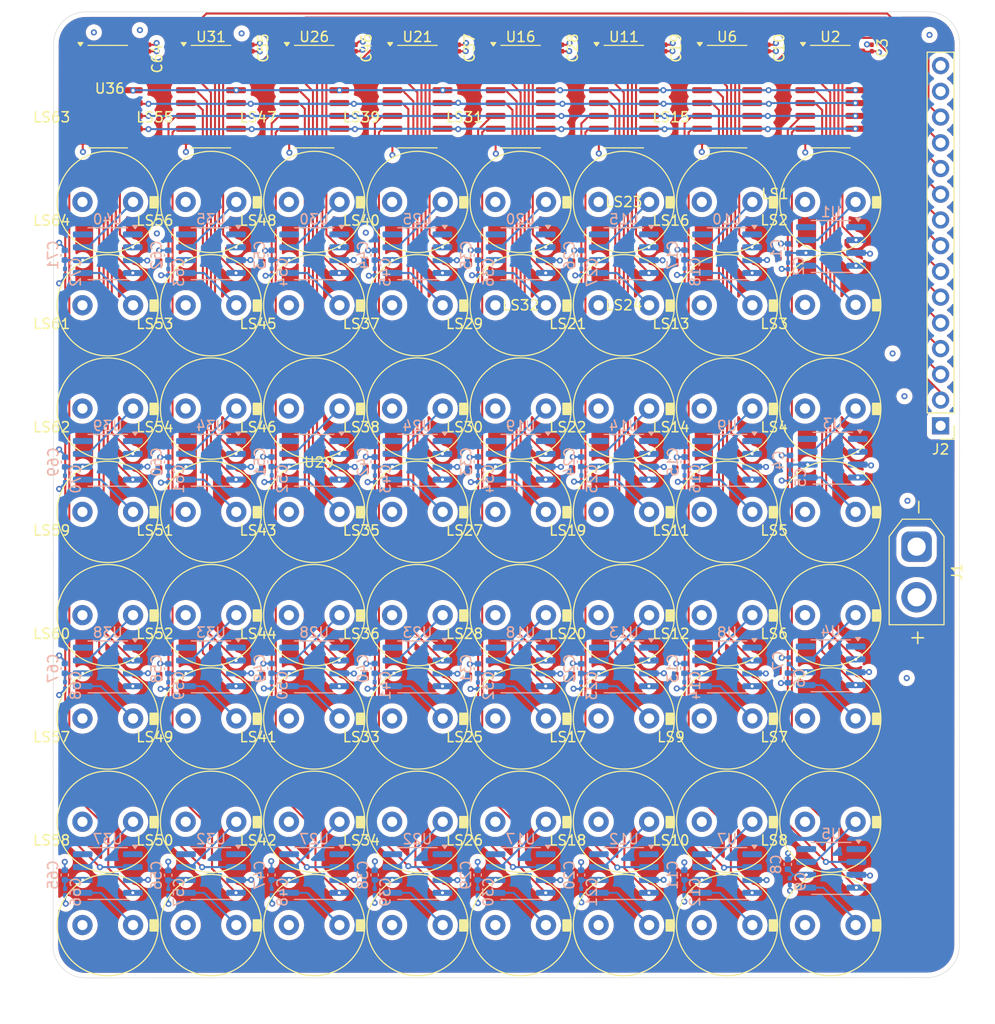
<source format=kicad_pcb>
(kicad_pcb (version 20241229) (generator "pcbnew") (generator_version "9.0")
  (layers (0 "F.Cu" signal) (4 "In1.Cu" signal) (6 "In2.Cu" signal) (2 "B.Cu" signal) (13 "F.Paste" user) (15 "B.Paste" user) (5 "F.SilkS" user "F.Silkscreen") (7 "B.SilkS" user "B.Silkscreen") (1 "F.Mask" user) (3 "B.Mask" user) (25 "Edge.Cuts" user))
  (net 0 "")
  (net 1 "GND")
  (net 2 "+20V")
  (net 3 "/Transducer 1to8 1/Transducer/In 2")
  (net 4 "/Transducer 1to8 1/Transducer/IN 1")
  (net 5 "/Transducer 1to8 1/Transducer1/IN 1")
  (net 6 "/Transducer 1to8 1/Transducer1/In 2")
  (net 7 "/Transducer 1to8 1/Transducer2/IN 1")
  (net 8 "/Transducer 1to8 1/Transducer2/In 2")
  (net 9 "/Transducer 1to8 1/Transducer3/IN 1")
  (net 10 "/Transducer 1to8 1/Transducer3/In 2")
  (net 11 "/Transducer 1to8 4/Transducer/IN 1")
  (net 12 "/Transducer 1to8 4/Transducer/In 2")
  (net 13 "/Transducer 1to8 4/Transducer1/In 2")
  (net 14 "/Transducer 1to8 4/Transducer1/IN 1")
  (net 15 "/Transducer 1to8 4/Transducer2/IN 1")
  (net 16 "/Transducer 1to8 4/Transducer2/In 2")
  (net 17 "/Transducer 1to8 4/Transducer3/In 2")
  (net 18 "/Transducer 1to8 4/Transducer3/IN 1")
  (net 19 "/Transducer 1to8 3/Transducer/IN 1")
  (net 20 "/Transducer 1to8 3/Transducer/In 2")
  (net 21 "/Transducer 1to8 3/Transducer1/IN 1")
  (net 22 "/Transducer 1to8 3/Transducer1/In 2")
  (net 23 "/Transducer 1to8 3/Transducer2/In 2")
  (net 24 "/Transducer 1to8 3/Transducer2/IN 1")
  (net 25 "/Transducer 1to8 3/Transducer3/IN 1")
  (net 26 "/Transducer 1to8 3/Transducer3/In 2")
  (net 27 "/Transducer 1to8 2/Transducer/IN 1")
  (net 28 "/Transducer 1to8 2/Transducer/In 2")
  (net 29 "/Transducer 1to8 2/Transducer1/In 2")
  (net 30 "/Transducer 1to8 2/Transducer1/IN 1")
  (net 31 "/Transducer 1to8 2/Transducer2/In 2")
  (net 32 "/Transducer 1to8 2/Transducer2/IN 1")
  (net 33 "/Transducer 1to8 2/Transducer3/IN 1")
  (net 34 "/Transducer 1to8 2/Transducer3/In 2")
  (net 35 "/Data in 3")
  (net 36 "+5V")
  (net 37 "/Data in 4")
  (net 38 "/En")
  (net 39 "/Data in 1")
  (net 40 "/Data in 2")
  (net 41 "/Out update")
  (net 42 "/Shift update")
  (net 43 "/Clr")
  (net 44 "/Transducer 1to8 5/Transducer3/IN 1")
  (net 45 "/Transducer 1to8 5/Transducer2/IN 1")
  (net 46 "/Transducer 1to8 5/Transducer1/In 2")
  (net 47 "/Transducer 1to8 5/Transducer/IN 1")
  (net 48 "/Transducer 1to8 5/Transducer/In 2")
  (net 49 "/Transducer 1to8 5/Transducer1/IN 1")
  (net 50 "/Data in 5")
  (net 51 "/Transducer 1to8 5/Transducer2/In 2")
  (net 52 "/Transducer 1to8 5/Transducer3/In 2")
  (net 53 "/Transducer 1to8 6/Transducer/In 2")
  (net 54 "/Transducer 1to8 6/Transducer2/IN 1")
  (net 55 "/Data in 6")
  (net 56 "/Transducer 1to8 6/Transducer1/IN 1")
  (net 57 "/Transducer 1to8 6/Transducer3/IN 1")
  (net 58 "/Transducer 1to8 6/Transducer/IN 1")
  (net 59 "/Transducer 1to8 6/Transducer1/In 2")
  (net 60 "/Transducer 1to8 6/Transducer2/In 2")
  (net 61 "/Transducer 1to8 6/Transducer3/In 2")
  (net 62 "/Transducer 1to8 7/Transducer2/In 2")
  (net 63 "/Transducer 1to8 7/Transducer/IN 1")
  (net 64 "/Transducer 1to8 7/Transducer1/In 2")
  (net 65 "/Data in 7")
  (net 66 "/Transducer 1to8 7/Transducer/In 2")
  (net 67 "/Transducer 1to8 7/Transducer3/In 2")
  (net 68 "/Transducer 1to8 7/Transducer2/IN 1")
  (net 69 "/Transducer 1to8 7/Transducer1/IN 1")
  (net 70 "/Transducer 1to8 7/Transducer3/IN 1")
  (net 71 "/Transducer 1to8 8/Transducer/In 2")
  (net 72 "/Transducer 1to8 8/Transducer2/In 2")
  (net 73 "/Transducer 1to8 8/Transducer2/IN 1")
  (net 74 "/Data in 8")
  (net 75 "/Transducer 1to8 8/Transducer1/IN 1")
  (net 76 "/Transducer 1to8 8/Transducer3/In 2")
  (net 77 "/Transducer 1to8 8/Transducer3/IN 1")
  (net 78 "/Transducer 1to8 8/Transducer/IN 1")
  (net 79 "/Transducer 1to8 8/Transducer1/In 2")
  (net 80 "Net-(U1-OUT1)")
  (net 81 "Net-(U1-OUT2)")
  (net 82 "Net-(U3-OUT1)")
  (net 83 "Net-(U3-OUT2)")
  (net 84 "Net-(U4-OUT1)")
  (net 85 "Net-(U4-OUT2)")
  (net 86 "Net-(U5-OUT1)")
  (net 87 "Net-(U5-OUT2)")
  (net 88 "Net-(U7-OUT1)")
  (net 89 "Net-(U7-OUT2)")
  (net 90 "Net-(U8-OUT1)")
  (net 91 "Net-(U8-OUT2)")
  (net 92 "Net-(U9-OUT1)")
  (net 93 "Net-(U9-OUT2)")
  (net 94 "Net-(U10-OUT1)")
  (net 95 "Net-(U10-OUT2)")
  (net 96 "Net-(U12-OUT1)")
  (net 97 "Net-(U12-OUT2)")
  (net 98 "Net-(U13-OUT1)")
  (net 99 "Net-(U13-OUT2)")
  (net 100 "Net-(U14-OUT1)")
  (net 101 "Net-(U14-OUT2)")
  (net 102 "Net-(U15-OUT1)")
  (net 103 "Net-(U15-OUT2)")
  (net 104 "Net-(U17-OUT1)")
  (net 105 "Net-(U17-OUT2)")
  (net 106 "Net-(U18-OUT1)")
  (net 107 "Net-(U18-OUT2)")
  (net 108 "Net-(U19-OUT1)")
  (net 109 "Net-(U19-OUT2)")
  (net 110 "Net-(U20-OUT1)")
  (net 111 "Net-(U20-OUT2)")
  (net 112 "Net-(U22-OUT1)")
  (net 113 "Net-(U22-OUT2)")
  (net 114 "Net-(U23-OUT1)")
  (net 115 "Net-(U23-OUT2)")
  (net 116 "Net-(U24-OUT1)")
  (net 117 "Net-(U24-OUT2)")
  (net 118 "Net-(U25-OUT1)")
  (net 119 "Net-(U25-OUT2)")
  (net 120 "Net-(U27-OUT1)")
  (net 121 "Net-(U27-OUT2)")
  (net 122 "Net-(U28-OUT1)")
  (net 123 "Net-(U28-OUT2)")
  (net 124 "Net-(U29-OUT1)")
  (net 125 "Net-(U29-OUT2)")
  (net 126 "Net-(U30-OUT1)")
  (net 127 "Net-(U30-OUT2)")
  (net 128 "Net-(U32-OUT1)")
  (net 129 "Net-(U32-OUT2)")
  (net 130 "Net-(U33-OUT1)")
  (net 131 "Net-(U33-OUT2)")
  (net 132 "Net-(U34-OUT1)")
  (net 133 "Net-(U34-OUT2)")
  (net 134 "Net-(U35-OUT1)")
  (net 135 "Net-(U35-OUT2)")
  (net 136 "Net-(U37-OUT1)")
  (net 137 "Net-(U37-OUT2)")
  (net 138 "Net-(U38-OUT1)")
  (net 139 "Net-(U38-OUT2)")
  (net 140 "Net-(U39-OUT1)")
  (net 141 "Net-(U39-OUT2)")
  (net 142 "Net-(U40-OUT1)")
  (net 143 "Net-(U40-OUT2)")
  (footprint "holo:MSO-P1040H07T" (layer "F.Cu") (at 86.274524 109.29)
    (property "Reference" "LS52")
    (property "Value" "Speaker_Ultrasound")
  )
  (footprint "holo:MSO-P1040H07T" (layer "F.Cu") (at 106.674524 129.69)
    (property "Reference" "LS34")
    (property "Value" "Speaker_Ultrasound")
  )
  (footprint "holo:MSO-P1040H07T" (layer "F.Cu") (at 137.274524 109.29)
    (property "Reference" "LS12")
    (property "Value" "Speaker_Ultrasound")
  )
  (footprint "holo:MSO-P1040H07T" (layer "F.Cu") (at 96.474524 68.49)
    (property "Reference" "LS48")
    (property "Value" "Speaker_Ultrasound")
  )
  (footprint "holo:MSO-P1040H07T" (layer "F.Cu") (at 147.474524 129.69)
    (property "Reference" "LS8")
    (property "Value" "Speaker_Ultrasound")
  )
  (footprint "holo:MSO-P1040H07T" (layer "F.Cu") (at 76.074524 78.69)
    (property "Reference" "LS61")
    (property "Value" "Speaker_Ultrasound")
  )
  (footprint "holo:MSO-P1040H07T" (layer "F.Cu") (at 96.474524 78.69)
    (property "Reference" "LS45")
    (property "Value" "Speaker_Ultrasound")
  )
  (footprint "holo:MSO-P1040H07T" (layer "F.Cu") (at 86.274524 88.89)
    (property "Reference" "LS54")
    (property "Value" "Speaker_Ultrasound")
  )
  (footprint "holo:MSO-P1040H07T" (layer "F.Cu") (at 106.674524 58.29)
    (property "Reference" "LS39")
    (property "Value" "Speaker_Ultrasound")
  )
  (footprint "holo:MSO-P1040H07T" (layer "F.Cu") (at 127.074524 58.29)
    (property "Reference" "LS23")
    (property "Value" "Speaker_Ultrasound")
  )
  (footprint "Package_SO:SOIC-16_3.9x9.9mm_P1.27mm" (layer "F.Cu") (at 137.274524 47.89)
    (property "Reference" "U6")
    (property "Value" "74HC595")
  )
  (footprint "holo:MSO-P1040H07T" (layer "F.Cu") (at 96.474524 129.69)
    (property "Reference" "LS42")
    (property "Value" "Speaker_Ultrasound")
  )
  (footprint "holo:MSO-P1040H07T" (layer "F.Cu") (at 137.274524 88.89)
    (property "Reference" "LS14")
    (property "Value" "Speaker_Ultrasound")
  )
  (footprint "holo:MSO-P1040H07T" (layer "F.Cu") (at 76.074524 109.29)
    (property "Reference" "LS60")
    (property "Value" "Speaker_Ultrasound")
  )
  (footprint "holo:MSO-P1040H07T" (layer "F.Cu") (at 86.274524 78.69)
    (property "Reference" "LS53")
    (property "Value" "Speaker_Ultrasound")
  )
  (footprint "holo:MSO-P1040H07T" (layer "F.Cu") (at 76.074524 88.89)
    (property "Reference" "LS62")
    (property "Value" "Speaker_Ultrasound")
  )
  (footprint "holo:MSO-P1040H07T" (layer "F.Cu") (at 106.674524 88.89)
    (property "Reference" "LS38")
    (property "Value" "Speaker_Ultrasound")
  )
  (footprint "holo:MSO-P1040H07T" (layer "F.Cu") (at 106.674524 119.49)
    (property "Reference" "LS33")
    (property "Value" "Speaker_Ultrasound")
  )
  (footprint "holo:MSO-P1040H07T" (layer "F.Cu") (at 116.874524 78.69)
    (property "Reference" "LS29")
    (property "Value" "Speaker_Ultrasound")
  )
  (footprint "holo:MSO-P1040H07T" (layer "F.Cu") (at 137.274524 129.69)
    (property "Reference" "LS10")
    (property "Value" "Speaker_Ultrasound")
  )
  (footprint "Capacitor_SMD:C_0201_0603Metric" (layer "F.Cu") (at 141.374524 43.09 -90)
    (property "Reference" "C10")
    (property "Value" "0.1u")
  )
  (footprint "holo:MSO-P1040H07T" (layer "F.Cu") (at 76.074524 129.69)
    (property "Reference" "LS58")
    (property "Value" "Speaker_Ultrasound")
  )
  (footprint "holo:MSO-P1040H07T" (layer "F.Cu") (at 106.674524 78.69)
    (property "Reference" "LS37")
    (property "Value" "Speaker_Ultrasound")
  )
  (footprint "holo:MSO-P1040H07T" (layer "F.Cu") (at 86.274524 119.49)
    (property "Reference" "LS49")
    (property "Value" "Speaker_Ultrasound")
  )
  (footprint "holo:MSO-P1040H07T" (layer "F.Cu") (at 147.474524 119.49)
    (property "Reference" "LS7")
    (property "Value" "Speaker_Ultrasound")
  )
  (footprint "holo:MSO-P1040H07T" (layer "F.Cu") (at 127.074524 78.69)
    (property "Reference" "LS21")
    (property "Value" "Speaker_Ultrasound")
  )
  (footprint "holo:MSO-P1040H07T" (layer "F.Cu") (at 106.674524 109.29)
    (property "Reference" "LS36")
    (property "Value" "Speaker_Ultrasound")
  )
  (footprint "holo:MSO-P1040H07T" (layer "F.Cu") (at 127.074524 129.69)
    (property "Reference" "LS18")
    (property "Value" "Speaker_Ultrasound")
  )
  (footprint "holo:MSO-P1040H07T" (layer "F.Cu") (at 147.474524 88.89)
    (property "Reference" "LS4")
    (property "Value" "Speaker_Ultrasound")
  )
  (footprint "Capacitor_SMD:C_0201_0603Metric" (layer "F.Cu") (at 131.174524 43.09 -90)
    (property "Reference" "C19")
    (property "Value" "0.1u")
  )
  (footprint "holo:MSO-P1040H07T" (layer "F.Cu") (at 116.874524 99.09)
    (property "Reference" "LS27")
    (property "Value" "Speaker_Ultrasound")
  )
  (footprint "holo:MSO-P1040H07T" (layer "F.Cu") (at 96.474524 58.29)
    (property "Reference" "LS47")
    (property "Value" "Speaker_Ultrasound")
  )
  (footprint "holo:MSO-P1040H07T" (layer "F.Cu") (at 127.074524 99.09)
    (property "Reference" "LS19")
    (property "Value" "Speaker_Ultrasound")
  )
  (footprint "holo:MSO-P1040H07T" (layer "F.Cu") (at 86.274524 58.29)
    (property "Reference" "LS55")
    (property "Value" "Speaker_Ultrasound")
  )
  (footprint "Capacitor_SMD:C_0201_0603Metric" (layer "F.Cu") (at 100.574524 43.09 -90)
    (property "Reference" "C46")
    (property "Value" "0.1u")
  )
  (footprint "holo:MSO-P1040H07T" (layer "F.Cu") (at 137.274524 58.29)
    (property "Reference" "LS15")
    (property "Value" "Speaker_Ultrasound")
  )
  (footprint "holo:MSO-P1040H07T" (layer "F.Cu") (at 116.874524 68.49)
    (property "Reference" "LS32")
    (property "Value" "Speaker_Ultrasound")
  )
  (footprint "holo:MSO-P1040H07T" (layer "F.Cu") (at 86.274524 129.69)
    (property "Reference" "LS50")
    (property "Value" "Speaker_Ultrasound")
  )
  (footprint "holo:MSO-P1040H07T" (layer "F.Cu") (at 76.074524 68.49)
    (property "Reference" "LS64")
    (property "Value" "Speaker_Ultrasound")
  )
  (footprint "holo:MSO-P1040H07T" (layer "F.Cu") (at 76.074524 99.09)
    (property "Reference" "LS59")
    (property "Value" "Speaker_Ultrasound")
  )
  (footprint "Package_SO:SOIC-16_3.9x9.9mm_P1.27mm" (layer "F.Cu") (at 76.074524 47.89)
    (property "Reference" "U36")
    (property "Value" "74HC595")
  )
  (footprint "holo:MSO-P1040H07T" (layer "F.Cu") (at 137.274524 68.49)
    (property "Reference" "LS16")
    (property "Value" "Speaker_Ultrasound")
  )
  (footprint "holo:MSO-P1040H07T" (layer "F.Cu") (at 127.074524 88.89)
    (property "Reference" "LS22")
    (property "Value" "Speaker_Ultrasound")
  )
  (footprint "Capacitor_SMD:C_0201_0603Metric" (layer "F.Cu") (at 90.374524 43.09 -90)
    (property "Reference" "C55")
    (property "Value" "0.1u")
  )
  (footprint "holo:MSO-P1040H07T" (layer "F.Cu") (at 106.674524 68.49)
    (property "Reference" "LS40")
    (property "Value" "Speaker_Ultrasound")
  )
  (footprint "holo:MSO-P1040H07T" (layer "F.Cu") (at 147.474524 68.45)
    (property "Reference" "LS2")
    (property "Value" "Speaker_Ultrasound")
  )
  (footprint "Connector_AMASS:AMASS_XT30UPB-F_1x02_P5.0mm_Vertical" (layer "F.Cu") (at 156 92.325 -90)
    (property "Reference" "J1")
    (property "Value" "Conn_01x02_Pin")
  )
  (footprint "holo:MSO-P1040H07T" (layer "F.Cu") (at 137.274524 99.09)
    (property "Reference" "LS11")
    (property "Value" "Speaker_Ultrasound")
  )
  (footprint "Capacitor_SMD:C_0201_0603Metric" (layer "F.Cu") (at 120.974524 43.09 -90)
    (property "Reference" "C28")
    (property "Value" "0.1u")
  )
  (footprint "Package_SO:SOIC-16_3.9x9.9mm_P1.27mm" (layer "F.Cu") (at 116.874524 47.89)
    (property "Reference" "U16")
    (property "Value" "74HC595")
  )
  (footprint "holo:MSO-P1040H07T" (layer "F.Cu") (at 116.874524 88.89)
    (property "Reference" "LS30")
    (property "Value" "Speaker_Ultrasound")
  )
  (footprint "holo:MSO-P1040H07T" (layer "F.Cu") (at 147.474524 78.69)
    (property "Reference" "LS3")
    (property "Value" "Speaker_Ultrasound")
  )
  (footprint "Package_SO:SOIC-16_3.9x9.9mm_P1.27mm" (layer "F.Cu") (at 127.074524 47.89)
    (property "Reference" "U11")
    (property "Value" "74HC595")
  )
  (footprint "Capacitor_SMD:C_0201_0603Metric" (layer "F.Cu") (at 80.174524 43.09 -90)
    (property "Reference" "C64")
    (property "Value" "0.1u")
  )
  (footprint "holo:MSO-P1040H07T" (layer "F.Cu") (at 96.474524 109.29)
    (property "Reference" "LS44")
    (property "Value" "Speaker_Ultrasound")
  )
  (footprint "holo:MSO-P1040H07T" (layer "F.Cu") (at 86.274524 68.49)
    (property "Reference" "LS56")
    (property "Value" "Speaker_Ultrasound")
  )
  (footprint "Package_SO:SOIC-16_3.9x9.9mm_P1.27mm" (layer "F.Cu") (at 106.674524 47.89)
    (property "Reference" "U21")
    (property "Value" "74HC595")
  )
  (footprint "holo:MSO-P1040H07T" (layer "F.Cu") (at 137.274524 78.69)
    (property "Reference" "LS13")
    (property "Value" "Speaker_Ultrasound")
  )
  (footprint "holo:MSO-P1040H07T" (layer "F.Cu") (at 96.474524 119.49)
    (property "Reference" "LS41")
    (property "Value" "Speaker_Ultrasound")
  )
  (footprint "holo:MSO-P1040H07T" (layer "F.Cu") (at 76.074524 119.49)
    (property "Reference" "LS57")
    (property "Value" "Speaker_Ultrasound")
  )
  (footprint "holo:MSO-P1040H07T" (layer "F.Cu") (at 116.874524 119.49)
    (property "Reference" "LS25")
    (property "Value" "Speaker_Ultrasound")
  )
  (footprint "holo:MSO-P1040H07T" (layer "F.Cu") (at 147.474524 58.29)
    (property "Reference" "LS1")
    (property "Value" "Speaker_Ultrasound")
  )
  (footprint "holo:MSO-P1040H07T" (layer "F.Cu") (at 147.474524 109.29)
    (property "Reference" "LS6")
    (property "Value" "Speaker_Ultrasound")
  )
  (footprint "Package_SO:SOIC-16_3.9x9.9mm_P1.27mm" (layer "F.Cu") (at 96.474524 47.89)
    (property "Reference" "U26")
    (property "Value" "74HC595")
  )
  (footprint "Package_SO:SOIC-16_3.9x9.9mm_P1.27mm" (layer "F.Cu") (at 147.474524 47.89)
    (property "Reference" "U2")
    (property "Value" "74HC595")
  )
  (footprint "holo:MSO-P1040H07T" (layer "F.Cu") (at 127.074524 68.49)
    (property "Reference" "LS24")
    (property "Value" "Speaker_Ultrasound")
  )
  (footprint "holo:MSO-P1040H07T" (layer "F.Cu") (at 127.074524 119.49)
    (property "Reference" "LS17")
    (property "Value" "Speaker_Ultrasound")
  )
  (footprint "holo:MSO-P1040H07T" (layer "F.Cu") (at 96.474524 99.09)
    (property "Reference" "LS43")
    (property "Value" "Speaker_Ultrasound")
  )
  (footprint "Capacitor_SMD:C_0201_0603Metric" (layer "F.Cu") (at 151.574524 43.09 -90)
    (property "Reference" "C3")
    (property "Value" "0.1u")
  )
  (footprint "holo:MSO-P1040H07T" (layer "F.Cu") (at 86.274524 99.09)
    (property "Reference" "LS51")
    (property "Value" "Speaker_Ultrasound")
  )
  (footprint "holo:MSO-P1040H07T" (layer "F.Cu") (at 137.274524 119.49)
    (property "Reference" "LS9")
    (property "Value" "Speaker_Ultrasound")
  )
  (footprint "Capacitor_SMD:C_0201_0603Metric" (layer "F.Cu") (at 110.774524 43.09 -90)
    (property "Reference" "C37")
    (property "Value" "0.1u")
  )
  (footprint "holo:MSO-P1040H07T" (layer "F.Cu") (at 116.874524 109.29)
    (property "Reference" "LS28")
    (property "Value" "Speaker_Ultrasound")
  )
  (footprint "holo:MSO-P1040H07T" (layer "F.Cu") (at 96.474524 88.89)
    (property "Reference" "LS46")
    (property "Value" "Speaker_Ultrasound")
  )
  (footprint "holo:MSO-P1040H07T" (layer "F.Cu") (at 76.074524 58.29)
    (property "Reference" "LS63")
    (property "Value" "Speaker_Ultrasound")
  )
  (footprint "holo:MSO-P1040H07T" (layer "F.Cu") (at 147.474524 99.09)
    (property "Reference" "LS5")
    (property "Value" "Speaker_Ultrasound")
  )
  (footprint "holo:MSO-P1040H07T" (layer "F.Cu") (at 116.874524 58.29)
    (property "Reference" "LS31")
    (property "Value" "Speaker_Ultrasound")
  )
  (footprint "Package_SO:SOIC-16_3.9x9.9mm_P1.27mm" (layer "F.Cu") (at 86.274524 47.89)
    (property "Reference" "U31")
    (property "Value" "74HC595")
  )
  (footprint "holo:MSO-P1040H07T" (layer "F.Cu") (at 106.674524 99.09)
    (property "Reference" "LS35")
    (property "Value" "Speaker_Ultrasound")
  )
  (footprint "holo:MSO-P1040H07T" (layer "F.Cu") (at 127.074524 109.29)
    (property "Reference" "LS20")
    (property "Value" "Speaker_Ultrasound")
  )
  (footprint "Connector_PinHeader_2.54mm:PinHeader_1x15_P2.54mm_Vertical" (layer "F.Cu") (at 158.374524 80.39 180)
    (property "Reference" "J2")
    (property "Value" "Conn_01x15")
  )
  (footprint "holo:MSO-P1040H07T" (layer "F.Cu") (at 116.874524 129.69)
    (property "Reference" "LS26")
    (property "Value" "Speaker_Ultrasound")
  )
  (footprint "Capacitor_SMD:C_0402_1005Metric" (layer "B.Cu") (at 112.65 83.945 -90)
    (property "Reference" "C33")
    (property "Value" "1u")
  )
  (footprint "Capacitor_SMD:C_0201_0603Metric" (layer "B.Cu") (at 133.075 65.195 90)
    (property "Reference" "C18")
    (property "Value" "0.1u")
  )
  (footprint "Package_SO:SOIC-8_3.9x4.9mm_P1.27mm" (layer "B.Cu") (at 116.874524 104.2 180)
    (property "Reference" "U18")
    (property "Value" "PM8834")
  )
  (footprint "Package_SO:SOIC-8_3.9x4.9mm_P1.27mm" (layer "B.Cu") (at 127.074524 63.4 180)
    (property "Reference" "U15")
    (property "Value" "PM8834")
  )
  (footprint "Package_SO:SOIC-8_3.9x4.9mm_P1.27mm" (layer "B.Cu") (at 147.539524 62.685 180)
    (property "Reference" "U1")
    (property "Value" "PM8834")
  )
  (footprint "Package_SO:SOIC-8_3.9x4.9mm_P1.27mm" (layer "B.Cu") (at 106.674524 124.6 180)
    (property "Reference" "U22")
    (property "Value" "PM8834")
  )
  (footprint "Capacitor_SMD:C_0201_0603Metric" (layer "B.Cu") (at 92.275 65.22 90)
    (property "Reference" "C54")
    (property "Value" "0.1u")
  )
  (footprint "Package_SO:SOIC-8_3.9x4.9mm_P1.27mm" (layer "B.Cu") (at 96.474524 124.6 180)
    (property "Reference" "U27")
    (property "Value" "PM8834")
  )
  (footprint "Package_SO:SOIC-8_3.9x4.9mm_P1.27mm" (layer "B.Cu") (at 147.574524 124.09 180)
    (property "Reference" "U5")
    (property "Value" "PM8834")
  )
  (footprint "Capacitor_SMD:C_0201_0603Metric" (layer "B.Cu") (at 133.05 126.425 90)
    (property "Reference" "C12")
    (property "Value" "0.1u")
  )
  (footprint "Package_SO:SOIC-8_3.9x4.9mm_P1.27mm" (layer "B.Cu") (at 137.274524 83.8 180)
    (property "Reference" "U9")
    (property "Value" "PM8834")
  )
  (footprint "Capacitor_SMD:C_0201_0603Metric" (layer "B.Cu") (at 82.05 106.045 90)
    (property "Reference" "C59")
    (property "Value" "0.1u")
  )
  (footprint "Capacitor_SMD:C_0402_1005Metric" (layer "B.Cu") (at 92.25 83.95 -90)
    (property "Reference" "C51")
    (property "Value" "1u")
  )
  (footprint "Capacitor_SMD:C_0201_0603Metric" (layer "B.Cu") (at 143.374524 103.59 -90)
    (property "Reference" "C7")
    (property "Value" "0.1u")
  )
  (footprint "Package_SO:SOIC-8_3.9x4.9mm_P1.27mm" (layer "B.Cu") (at 127.074524 83.8 180)
    (property "Reference" "U14")
    (property "Value" "PM8834")
  )
  (footprint "Capacitor_SMD:C_0402_1005Metric" (layer "B.Cu") (at 112.65 104.37 -90)
    (property "Reference" "C31")
    (property "Value" "1u")
  )
  (footprint "Capacitor_SMD:C_0201_0603Metric" (layer "B.Cu") (at 122.85 126.425 90)
    (property "Reference" "C21")
    (property "Value" "0.1u")
  )
  (footprint "Capacitor_SMD:C_0201_0603Metric" (layer "B.Cu") (at 122.85 106.05 90)
    (property "Reference" "C23")
    (property "Value" "0.1u")
  )
  (footprint "Capacitor_SMD:C_0402_1005Metric" (layer "B.Cu") (at 92.25 63.545 -90)
    (property "Reference" "C53")
    (property "Value" "1u")
  )
  (footprint "Package_SO:SOIC-8_3.9x4.9mm_P1.27mm" (layer "B.Cu") (at 76.074524 104.2 180)
    (property "Reference" "U38")
    (property "Value" "PM8834")
  )
  (footprint "Package_SO:SOIC-8_3.9x4.9mm_P1.27mm" (layer "B.Cu") (at 86.274524 63.4 180)
    (property "Reference" "U35")
    (property "Value" "PM8834")
  )
  (footprint "Package_SO:SOIC-8_3.9x4.9mm_P1.27mm" (layer "B.Cu") (at 86.274524 83.8 180)
    (property "Reference" "U34")
    (property "Value" "PM8834")
  )
  (footprint "Capacitor_SMD:C_0402_1005Metric" (layer "B.Cu") (at 143.3 62.9 -90)
    (property "Reference" "C1")
    (property "Value" "1u")
  )
  (footprint "Capacitor_SMD:C_0402_1005Metric" (layer "B.Cu") (at 122.85 124.75 -90)
    (property "Reference" "C20")
    (property "Value" "1u")
  )
  (footprint "Capacitor_SMD:C_0201_0603Metric" (layer "B.Cu") (at 112.65 65.225 90)
    (property "Reference" "C36")
    (property "Value" "0.1u")
  )
  (footprint "Capacitor_SMD:C_0201_0603Metric" (layer "B.Cu") (at 82.05 65.225 90)
    (property "Reference" "C63")
    (property "Value" "0.1u")
  )
  (footprint "Capacitor_SMD:C_0201_0603Metric" (layer "B.Cu") (at 133.05 106.02 90)
    (property "Reference" "C14")
    (property "Value" "0.1u")
  )
  (footprint "Capacitor_SMD:C_0402_1005Metric" (layer "B.Cu") (at 71.825 124.745 -90)
    (property "Reference" "C65")
    (property "Value" "1u")
  )
  (footprint "Capacitor_SMD:C_0402_1005Metric" (layer "B.Cu") (at 133.075 83.95 -90)
    (property "Reference" "C15")
    (property "Value" "1u")
  )
  (footprint "Package_SO:SOIC-8_3.9x4.9mm_P1.27mm" (layer "B.Cu") (at 76.074524 63.4 180)
    (property "Reference" "U40")
    (property "Value" "PM8834")
  )
  (footprint "Capacitor_SMD:C_0402_1005Metric" (layer "B.Cu") (at 122.85 83.945 -90)
    (property "Reference" "C24")
    (property "Value" "1u")
  )
  (footprint "Package_SO:SOIC-8_3.9x4.9mm_P1.27mm" (layer "B.Cu") (at 116.874524 63.4 180)
    (property "Reference" "U20")
    (property "Value" "PM8834")
  )
  (footprint "Package_SO:SOIC-8_3.9x4.9mm_P1.27mm" (layer "B.Cu") (at 137.274524 124.6 180)
    (property "Reference" "U7")
    (property "Value" "PM8834")
  )
  (footprint "Package_SO:SOIC-8_3.9x4.9mm_P1.27mm" (layer "B.Cu") (at 147.514524 104.09 180)
    (property "Reference" "U4")
    (property "Value" "PM8834")
  )
  (footprint "Capacitor_SMD:C_0402_1005Metric" (layer "B.Cu") (at 82.05 63.545 -90)
    (property "Reference" "C62")
    (property "Value" "1u")
  )
  (footprint "Capacitor_SMD:C_0402_1005Metric" (layer "B.Cu") (at 102.45 83.95 -90)
    (property "Reference" "C42")
    (property "Value" "1u")
  )
  (footprint "Capacitor_SMD:C_0402_1005Metric" (layer "B.Cu") (at 112.65 63.55 -90)
    (property "Reference" "C35")
    (property "Value" "1u")
  )
  (footprint "Capacitor_SMD:C_0402_1005Metric" (layer "B.Cu") (at 92.25 104.345 -90)
    (property "Reference" "C49")
    (property "Value" "1u")
  )
  (footprint "Capacitor_SMD:C_0402_1005Metric" (layer "B.Cu") (at 102.45 124.745 -90)
    (property "Reference" "C38")
    (property "Value" "1u")
  )
  (footprint "Capacitor_SMD:C_0201_0603Metric" (layer "B.Cu") (at 71.85 106.02 90)
    (property "Reference" "C68")
    (property "Value" "0.1u")
  )
  (footprint "Capacitor_SMD:C_0201_0603Metric" (layer "B.Cu") (at 71.85 85.645 90)
    (property "Reference" "C70")
    (property "Value" "0.1u")
  )
  (footprint "Package_SO:SOIC-8_3.9x4.9mm_P1.27mm" (layer "B.Cu") (at 137.274524 104.2 180)
    (property "Reference" "U8")
    (property "Value" "PM8834")
  )
  (footprint "Capacitor_SMD:C_0201_0603Metric" (layer "B.Cu") (at 102.45 126.425 90)
    (property "Reference" "C39")
    (property "Value" "0.1u")
  )
  (footprint "Capacitor_SMD:C_0201_0603Metric" (layer "B.Cu") (at 92.275 85.62 90)
    (property "Reference" "C52")
    (property "Value" "0.1u")
  )
  (footprint "Package_SO:SOIC-8_3.9x4.9mm_P1.27mm" (layer "B.Cu") (at 147.714524 83.59 180)
    (property "Reference" "U3")
    (property "Value" "PM8834")
  )
  (footprint "Capacitor_SMD:C_0402_1005Metric" (layer "B.Cu") (at 143.5 83.8 -90)
    (property "Reference" "C4")
    (property "Value" "1u")
  )
  (footprint "Package_SO:SOIC-8_3.9x4.9mm_P1.27mm" (layer "B.Cu") (at 106.674524 63.4 180)
    (property "Reference" "U25")
    (property "Value" "PM8834")
  )
  (footprint "Capacitor_SMD:C_0201_0603Metric" (layer "B.Cu") (at 112.65 85.625 90)
    (property "Reference" "C34")
    (property "Value" "0.1u")
  )
  (footprint "Capacitor_SMD:C_0201_0603Metric" (layer "B.Cu") (at 122.875 85.62 90)
    (property "Reference" "C25")
    (property "Value" "0.1u")
  )
  (footprint "Package_SO:SOIC-8_3.9x4.9mm_P1.27mm" (layer "B.Cu") (at 106.674524 83.8 180)
    (property "Reference" "U24")
    (property "Value" "PM8834")
  )
  (footprint "Capacitor_SMD:C_0201_0603Metric" (layer "B.Cu") (at 143.474524 125.39 90)
    (property "Reference" "C9")
    (property "Value" "0.1u")
  )
  (footprint "Capacitor_SMD:C_0201_0603Metric" (layer "B.Cu") (at 82.05 85.645 90)
    (property "Reference" "C61")
    (property "Value" "0.1u")
  )
  (footprint "Capacitor_SMD:C_0201_0603Metric" (layer "B.Cu") (at 71.85 65.225 90)
    (property "Reference" "C72")
    (property "Value" "0.1u")
  )
  (footprint "Package_SO:SOIC-8_3.9x4.9mm_P1.27mm" (layer "B.Cu") (at 86.274524 104.2 180)
    (property "Reference" "U33")
    (property "Value" "PM8834")
  )
  (footprint "Package_SO:SOIC-8_3.9x4.9mm_P1.27mm" (layer "B.Cu") (at 76.074524 83.8 180)
    (property "Reference" "U39")
    (property "Value" "PM8834")
  )
  (footprint "Capacitor_SMD:C_0201_0603Metric" (layer "B.Cu") (at 122.875 65.23 90)
    (property "Reference" "C27")
    (property "Value" "0.1u")
  )
  (footprint "Capacitor_SMD:C_0402_1005Metric" (layer "B.Cu") (at 112.625 124.75 -90)
    (property "Reference" "C29")
    (property "Value" "1u")
  )
  (footprint "Capacitor_SMD:C_0402_1005Metric" (layer "B.Cu") (at 82.05 83.97 -90)
    (property "Reference" "C60")
    (property "Value" "1u")
  )
  (footprint "Capacitor_SMD:C_0402_1005Metric" (layer "B.Cu") (at 82.05 104.37 -90)
    (property "Reference" "C58")
    (property "Value" "1u")
  )
  (footprint "Capacitor_SMD:C_0402_1005Metric" (layer "B.Cu") (at 102.45 63.55 -90)
    (property "Reference" "C44")
    (property "Value" "1u")
  )
  (footprint "Capacitor_SMD:C_0402_1005Metric" (layer "B.Cu") (at 133.05 63.525 -90)
    (property "Reference" "C17")
    (property "Value" "1u")
  )
  (footprint "Capacitor_SMD:C_0402_1005Metric" (layer "B.Cu") (at 102.45 104.35 -90)
    (property "Reference" "C40")
    (property "Value" "1u")
  )
  (footprint "Capacitor_SMD:C_0402_1005Metric" (layer "B.Cu") (at 122.85 104.37 -90)
    (property "Reference" "C22")
    (property "Value" "1u")
  )
  (footprint "Package_SO:SOIC-8_3.9x4.9mm_P1.27mm" (layer "B.Cu") (at 127.074524 104.2 180)
    (property "Reference" "U13")
    (property "Value" "PM8834")
  )
  (footprint "Capacitor_SMD:C_0201_0603Metric" (layer "B.Cu") (at 133.075 85.62 90)
    (property "Reference" "C16")
    (property "Value" "0.1u")
  )
  (footprint "Capacitor_SMD:C_0402_1005Metric" (layer "B.Cu") (at 92.25 124.75 -90)
    (property "Reference" "C47")
    (property "Value" "1u")
  )
  (footprint "Capacitor_SMD:C_0201_0603Metric" (layer "B.Cu") (at 112.65 106.05 90)
    (property "Reference" "C32")
    (property "Value" "0.1u")
  )
  (footprint "Capacitor_SMD:C_0201_0603Metric" (layer "B.Cu") (at 71.85 126.425 90)
    (property "Reference" "C66")
    (property "Value" "0.1u")
  )
  (footprint "Package_SO:SOIC-8_3.9x4.9mm_P1.27mm" (layer "B.Cu") (at 116.874524 83.8 180)
    (property "Reference" "U19")
    (property "Value" "PM8834")
  )
  (footprint "Package_SO:SOIC-8_3.9x4.9mm_P1.27mm" (layer "B.Cu") (at 137.274524 63.4 180)
    (property "Reference" "U10")
    (property "Value" "PM8834")
  )
  (footprint "Capacitor_SMD:C_0201_0603Metric" (layer "B.Cu") (at 143.5 85.5 90)
    (property "Reference" "C5")
    (property "Value" "0.1u")
  )
  (footprint "Capacitor_SMD:C_0402_1005Metric" (layer "B.Cu") (at 71.825 104.345 -90)
    (property "Reference" "C67")
    (property "Value" "1u")
  )
  (footprint "Capacitor_SMD:C_0201_0603Metric" (layer "B.Cu") (at 92.275 106.02 90)
    (property "Reference" "C50")
    (property "Value" "0.1u")
  )
  (footprint "Capacitor_SMD:C_0402_1005Metric" (layer "B.Cu") (at 143.274524 105.29 90)
    (property "Reference" "C6")
    (property "Value" "1u")
  )
  (footprint "Package_SO:SOIC-8_3.9x4.9mm_P1.27mm" (layer "B.Cu") (at 76.074524 124.6 180)
    (property "Reference" "U37")
    (property "Value" "PM8834")
  )
  (footprint "Capacitor_SMD:C_0402_1005Metric" (layer "B.Cu") (at 71.85 83.97 -90)
    (property "Reference" "C69")
    (property "Value" "1u")
  )
  (footprint "Capacitor_SMD:C_0402_1005Metric" (layer "B.Cu") (at 133.05 124.75 -90)
    (property "Reference" "C11")
    (property "Value" "1u")
  )
  (footprint "Package_SO:SOIC-8_3.9x4.9mm_P1.27mm" (layer "B.Cu") (at 96.474524 63.4 180)
    (property "Reference" "U30")
    (property "Value" "PM8834")
  )
  (footprint "Capacitor_SMD:C_0201_0603Metric" (layer "B.Cu") (at 82.05 126.45 90)
    (property "Reference" "C57")
    (property "Value" "0.1u")
  )
  (footprint "Capacitor_SMD:C_0201_0603Metric" (layer "B.Cu") (at 112.625 126.425 90)
    (property "Reference" "C30")
    (property "Value" "0.1u")
  )
  (footprint "Package_SO:SOIC-8_3.9x4.9mm_P1.27mm" (layer "B.Cu") (at 116.874524 124.6 180)
    (property "Reference" "U17")
    (property "Value" "PM8834")
  )
  (footprint "Capacitor_SMD:C_0402_1005Metric" (layer "B.Cu") (at 143.274524 123.69 -90)
    (property "Reference" "C8")
    (property "Value" "1u")
  )
  (footprint "Package_SO:SOIC-8_3.9x4.9mm_P1.27mm" (layer "B.Cu") (at 127.074524 124.6 180)
    (property "Reference" "U12")
    (property "Value" "PM8834")
  )
  (footprint "Capacitor_SMD:C_0201_0603Metric" (layer "B.Cu") (at 92.275 126.425 90)
    (property "Reference" "C48")
    (property "Value" "0.1u")
  )
  (footprint "Capacitor_SMD:C_0402_1005Metric" (layer "B.Cu") (at 122.85 63.555 -90)
    (property "Reference" "C26")
    (property "Value" "1u")
  )
  (footprint "Capacitor_SMD:C_0402_1005Metric" (layer "B.Cu") (at 71.825 63.545 -90)
    (property "Reference" "C71")
    (property "Value" "1u")
  )
  (footprint "Capacitor_SMD:C_0201_0603Metric" (layer "B.Cu") (at 102.45 106.02 90)
    (property "Reference" "C41")
    (property "Value" "0.1u")
  )
  (footprint "Capacitor_SMD:C_0201_0603Metric" (layer "B.Cu") (at 102.45 65.22 90)
    (property "Reference" "C45")
    (property "Value" "0.1u")
  )
  (footprint "Capacitor_SMD:C_0201_0603Metric" (layer "B.Cu") (at 143.3 64.6 90)
    (property "Reference" "C2")
    (property "Value" "0.1u")
  )
  (footprint "Capacitor_SMD:C_0402_1005Metric" (layer "B.Cu") (at 82.05 124.77 -90)
    (property "Reference" "C56")
    (property "Value" "1u")
  )
  (footprint "Package_SO:SOIC-8_3.9x4.9mm_P1.27mm" (layer "B.Cu") (at 96.474524 104.2 180)
    (property "Reference" "U28")
    (property "Value" "PM8834")
  )
  (footprint "Package_SO:SOIC-8_3.9x4.9mm_P1.27mm" (layer "B.Cu") (at 106.674524 104.2 180)
    (property "Reference" "U23")
    (property "Value" "PM8834")
  )
  (footprint "Capacitor_SMD:C_0402_1005Metric" (layer "B.Cu") (at 133.05 104.345 -90)
    (property "Reference" "C13")
    (property "Value" "1u")
  )
  (footprint "Package_SO:SOIC-8_3.9x4.9mm_P1.27mm" (layer "B.Cu") (at 86.274524 124.6 180)
    (property "Reference" "U32")
    (property "Value" "PM8834")
  )
  (footprint "Package_SO:SOIC-8_3.9x4.9mm_P1.27mm" (layer "B.Cu") (at 96.474524 83.8 180)
    (property "Reference" "U29")
    (property "Value" "PM8834")
  )
  (footprint "Capacitor_SMD:C_0201_0603Metric" (layer "B.Cu") (at 102.475 85.625 90)
    (property "Reference" "C43")
    (property "Value" "0.1u")
  )
  (gr_arc (start 157.125 39.5) (mid 159.337951 40.447405) (end 160.250394 42.675) (stroke (width 0.05)) (layer "Edge.Cuts"))
  (gr_line (start 74.475 39.525) (end 73.9 39.525182) (stroke (width 0.05)) (layer "Edge.Cuts"))
  (gr_line (start 160.250394 42.675) (end 160.225 131.749606) (stroke (width 0.05)) (layer "Edge.Cuts"))
  (gr_arc (start 70.725 42.65) (mid 71.672405 40.437049) (end 73.9 39.524606) (stroke (width 0.05)) (layer "Edge.Cuts"))
  (gr_line (start 153.425 39.5) (end 157.125 39.5) (stroke (width 0.05)) (layer "Edge.Cuts"))
  (gr_line (start 153.425 39.5) (end 74.475 39.525) (stroke (width 0.05)) (layer "Edge.Cuts"))
  (gr_line (start 70.675007 131.725) (end 70.725 42.65) (stroke (width 0.05)) (layer "Edge.Cuts"))
  (gr_arc (start 73.800394 134.9) (mid 71.587443 133.952595) (end 70.675 131.725) (stroke (width 0.05)) (layer "Edge.Cuts"))
  (gr_line (start 157.05 134.875) (end 73.802388 134.90003) (stroke (width 0.05)) (layer "Edge.Cuts"))
  (gr_arc (start 160.225 131.749606) (mid 159.277595 133.962557) (end 157.05 134.875) (stroke (width 0.05)) (layer "Edge.Cuts"))
  (segment (start 104.199524 53.674524) (end 104.2 53.675) (width 0.2) (layer "F.Cu") (net 1))
  (segment (start 100.886123 42.458401) (end 101.283504 42.458401) (width 0.2) (layer "F.Cu") (net 1))
  (segment (start 144.999524 53.399524) (end 145 53.4) (width 0.2) (layer "F.Cu") (net 1))
  (segment (start 131.736335 42.77) (end 131.905747 42.600588) (width 0.2) (layer "F.Cu") (net 1))
  (segment (start 80.174524 42.77) (end 80.729997 42.77) (width 0.2) (layer "F.Cu") (net 1))
  (segment (start 134.799524 52.335) (end 134.799524 53.325476) (width 0.2) (layer "F.Cu") (net 1))
  (segment (start 124.599524 53.499524) (end 124.6 53.5) (width 0.2) (layer "F.Cu") (net 1))
  (segment (start 141.374524 42.77) (end 141.929997 42.77) (width 0.2) (layer "F.Cu") (net 1))
  (segment (start 80.729997 42.77) (end 80.9 42.599997) (width 0.2) (layer "F.Cu") (net 1))
  (segment (start 83.799524 52.335) (end 83.799524 53.349524) (width 0.2) (layer "F.Cu") (net 1))
  (segment (start 90.954997 42.77) (end 91.1 42.624997) (width 0.2) (layer "F.Cu") (net 1))
  (segment (start 144.999524 52.335) (end 144.999524 53.399524) (width 0.2) (layer "F.Cu") (net 1))
  (segment (start 111.307094 42.77) (end 111.476652 42.600442) (width 0.2) (layer "F.Cu") (net 1))
  (segment (start 90.374524 42.77) (end 90.954997 42.77) (width 0.2) (layer "F.Cu") (net 1))
  (segment (start 114.399524 52.335) (end 114.399524 53.499524) (width 0.2) (layer "F.Cu") (net 1))
  (segment (start 73.599524 53.324524) (end 73.625 53.35) (width 0.2) (layer "F.Cu") (net 1))
  (segment (start 93.999524 52.335) (end 93.999524 53.399524) (width 0.2) (layer "F.Cu") (net 1))
  (segment (start 104.199524 52.335) (end 104.199524 53.674524) (width 0.2) (layer "F.Cu") (net 1))
  (segment (start 120.974524 42.77) (end 121.537611 42.77) (width 0.2) (layer "F.Cu") (net 1))
  (segment (start 151.139942 42.77) (end 151.102387 42.732445) (width 0.2) (layer "F.Cu") (net 1))
  (segment (start 124.599524 52.335) (end 124.599524 53.499524) (width 0.2) (layer "F.Cu") (net 1))
  (segment (start 73.599524 52.335) (end 73.599524 53.324524) (width 0.2) (layer "F.Cu") (net 1))
  (segment (start 134.799524 53.325476) (end 134.775 53.35) (width 0.2) (layer "F.Cu") (net 1))
  (segment (start 110.774524 42.77) (end 111.307094 42.77) (width 0.2) (layer "F.Cu") (net 1))
  (segment (start 100.574524 42.77) (end 100.886123 42.458401) (width 0.2) (layer "F.Cu") (net 1))
  (segment (start 93.999524 53.399524) (end 94.025 53.425) (width 0.2) (layer "F.Cu") (net 1))
  (segment (start 121.537611 42.77) (end 121.706975 42.600636) (width 0.2) (layer "F.Cu") (net 1))
  (segment (start 114.399524 53.499524) (end 114.425 53.525) (width 0.2) (layer "F.Cu") (net 1))
  (segment (start 151.574524 42.77) (end 151.139942 42.77) (width 0.2) (layer "F.Cu") (net 1))
  (segment (start 141.929997 42.77) (end 142.1 42.599997) (width 0.2) (layer "F.Cu") (net 1))
  (segment (start 83.799524 53.349524) (end 83.8 53.35) (width 0.2) (layer "F.Cu") (net 1))
  (segment (start 131.174524 42.77) (end 131.736335 42.77) (width 0.2) (layer "F.Cu") (net 1))
  (via (at 101.8 63.075) (size 0.6) (drill 0.3) (layers "F.Cu" "B.Cu") (net 1))
  (via (at 104.2 53.675) (size 0.6) (drill 0.3) (layers "F.Cu" "B.Cu") (net 1))
  (via (at 81.3 106.375) (size 0.6) (drill 0.3) (layers "F.Cu" "B.Cu") (net 1))
  (via (at 81.15 63.075) (size 0.6) (drill 0.3) (layers "F.Cu" "B.Cu") (net 1))
  (via (at 101.75 85.95) (size 0.6) (drill 0.3) (layers "F.Cu" "B.Cu") (net 1))
  (via (at 102.475 123.4) (size 0.6) (drill 0.3) (layers "F.Cu" "B.Cu") (net 1))
  (via (at 83.8 53.35) (size 0.6) (drill 0.3) (layers "F.Cu" "B.Cu") (net 1))
  (via (at 151.4 124.8) (size 0.6) (drill 0.3) (layers "F.Cu" "B.Cu") (net 1))
  (via (at 100.4 125.225) (size 0.6) (drill 0.3) (layers "F.Cu" "B.Cu") (net 1))
  (via (at 122.025 83.475) (size 0.6) (drill 0.3) (layers "F.Cu" "B.Cu") (net 1))
  (via (at 124.6 53.5) (size 0.6) (drill 0.3) (layers "F.Cu" "B.Cu") (net 1))
  (via (at 142.1 42.599997) (size 0.6) (drill 0.3) (layers "F.Cu" "B.Cu") (net 1))
  (via (at 114.425 53.525) (size 0.6) (drill 0.3) (layers "F.Cu" "B.Cu") (net 1))
  (via (at 100.375 64.025) (size 0.6) (drill 0.3) (layers "F.Cu" "B.Cu") (net 1))
  (via (at 92.225 123.375) (size 0.6) (drill 0.3) (layers "F.Cu" "B.Cu") (net 1))
  (via (at 90.225 84.45) (size 0.6) (drill 0.3) (layers "F.Cu" "B.Cu") (net 1))
  (via (at 94.025 53.425) (size 0.6) (drill 0.3) (layers "F.Cu" "B.Cu") (net 1))
  (via (at 120.8 125.25) (size 0.6) (drill 0.3) (layers "F.Cu" "B.Cu") (net 1))
  (via (at 131.905747 42.600588) (size 0.6) (drill 0.3) (layers "F.Cu" "B.Cu") (net 1))
  (via (at 142.672524 85.8) (size 0.6) (drill 0.3) (layers "F.Cu" "B.Cu") (net 1))
  (via (at 141.125 84.45) (size 0.6) (drill 0.3) (layers "F.Cu" "B.Cu") (net 1))
  (via (at 130.9 64.05) (size 0.6) (drill 0.3) (layers "F.Cu" "B.Cu") (net 1))
  (via (at 82.075 127.6) (size 0.6) (drill 0.3) (layers "F.Cu" "B.Cu") (net 1))
  (via (at 143.5 126.3) (size 0.6) (drill 0.3) (layers "F.Cu" "B.Cu") (net 1))
  (via (at 111.85 103.925) (size 0.6) (drill 0.3) (layers "F.Cu" "B.Cu") (net 1))
  (via (at 81.325 86) (size 0.6) (drill 0.3) (layers "F.Cu" "B.Cu") (net 1))
  (via (at 71.825 123.45) (size 0.6) (drill 0.3) (layers "F.Cu" "B.Cu") (net 1))
  (via (at 79.975 64.075) (size 0.6) (drill 0.3) (layers "F.Cu" "B.Cu") (net 1))
  (via (at 133.05 123.5) (size 0.6) (drill 0.3) (layers "F.Cu" "B.Cu") (net 1))
  (via (at 91.625 63.1) (size 0.6) (drill 0.3) (layers "F.Cu" "B.Cu") (net 1))
  (via (at 90.175 64.025) (size 0.6) (drill 0.3) (layers "F.Cu" "B.Cu") (net 1))
  (via (at 141.225 64.025) (size 0.6) (drill 0.3) (layers "F.Cu" "B.Cu") (net 1))
  (via (at 80.05 125.225) (size 0.6) (drill 0.3) (layers "F.Cu" "B.Cu") (net 1))
  (via (at 145 53.4) (size 0.6) (drill 0.3) (layers "F.Cu" "B.Cu") (net 1))
  (via (at 82.05 123.425) (size 0.6) (drill 0.3) (layers "F.Cu" "B.Cu") (net 1))
  (via (at 122.85 123.475) (size 0.6) (drill 0.3) (layers "F.Cu" "B.Cu") (net 1))
  (via (at 91.55 85.95) (size 0.6) (drill 0.3) (layers "F.Cu" "B.Cu") (net 1))
  (via (at 122.272524 65.55) (size 0.6) (drill 0.3) (layers "F.Cu" "B.Cu") (net 1))
  (via (at 81.25 83.5) (size 0.6) (drill 0.3) (layers "F.Cu" "B.Cu") (net 1))
  (via (at 71.272524 106.975) (size 0.6) (drill 0.3) (layers "F.Cu" "B.Cu") (net 1))
  (via (at 122.875 127.45) (size 0.6) (drill 0.3) (layers "F.Cu" "B.Cu") (net 1))
  (via (at 91.45 103.875) (size 0.6) (drill 0.3) (layers "F.Cu" "B.Cu") (net 1))
  (via (at 100.4 104.85) (size 0.6) (drill 0.3) (layers "F.Cu" "B.Cu") (net 1))
  (via (at 110.625 104.875) (size 0.6) (drill 0.3) (layers "F.Cu" "B.Cu") (net 1))
  (via (at 101.625 103.875) (size 0.6) (drill 0.3) (layers "F.Cu" "B.Cu") (net 1))
  (via (at 91.425 83.45) (size 0.6) (drill 0.3) (layers "F.Cu" "B.Cu") (net 1))
  (via (at 101.75 106.35) (size 0.6) (drill 0.3) (layers "F.Cu" "B.Cu") (net 1))
  (via (at 112.65 127.525) (size 0.6) (drill 0.3) (layers "F.Cu" "B.Cu") (net 1))
  (via (at 151.5 84.3) (size 0.6) (drill 0.3) (layers "F.Cu" "B.Cu") (net 1))
  (via (at 122.175 63.075) (size 0.6) (drill 0.3) (layers "F.Cu" "B.Cu") (net 1))
  (via (at 110.575 64.05) (size 0.6) (drill 0.3) (layers "F.Cu" "B.Cu") (net 1))
  (via (at 71.925 127.575) (size 0.6) (drill 0.3) (layers "F.Cu" "B.Cu") (net 1))
  (via (at 122.025 103.85) (size 0.6) (drill 0.3) (layers "F.Cu" "B.Cu") (net 1))
  (via (at 112.625 123.45) (size 0.6) (drill 0.3) (layers "F.Cu" "B.Cu") (net 1))
  (via (at 90.25 104.825) (size 0.6) (drill 0.3) (layers "F.Cu" "B.Cu") (net 1))
  (via (at 91.5 106.325) (size 0.6) (drill 0.3) (layers "F.Cu" "B.Cu") (net 1))
  (via (at 132.25 103.875) (size 0.6) (drill 0.3) (layers "F.Cu" "B.Cu") (net 1))
  (via (at 111.95 63.05) (size 0.6) (drill 0.3) (layers "F.Cu" "B.Cu") (net 1))
  (via (at 81.35 65.525) (size 0.6) (drill 0.3) (layers "F.Cu" "B.Cu") (net 1))
  (via (at 71.272524 86.625) (size 0.6) (drill 0.3) (layers "F.Cu" "B.Cu") (net 1))
  (via (at 92.325 127.575) (size 0.6) (drill 0.3) (layers "F.Cu" "B.Cu") (net 1))
  (via (at 132.4 85.925) (size 0.6) (drill 0.3) (layers "F.Cu" "B.Cu") (net 1))
  (via (at 142.672524 103.3) (size 0.6) (drill 0.3) (layers "F.Cu" "B.Cu") (net 1))
  (via (at 122.15 85.9) (size 0.6) (drill 0.3) (layers "F.Cu" "B.Cu") (net 1))
  (via (at 141.175 125.25) (size 0.6) (drill 0.3) (layers "F.Cu" "B.Cu") (net 1))
  (via (at 120.8 104.875) (size 0.6) (drill 0.3) (layers "F.Cu" "B.Cu") (net 1))
  (via (at 132.325 65.5) (size 0.6) (drill 0.3) (layers "F.Cu" "B.Cu") (net 1))
  (via (at 101.283504 42.458401) (size 0.6) (drill 0.3) (layers "F.Cu" "B.Cu") (net 1))
  (via (at 132.3 106.325) (size 0.6) (drill 0.3) (layers "F.Cu" "B.Cu") (net 1))
  (via (at 110.625 125.25) (size 0.6) (drill 0.3) (layers "F.Cu" "B.Cu") (net 1))
  (via (at 142.672524 64.9) (size 0.6) (drill 0.3) (layers "F.Cu" "B.Cu") (net 1))
  (via (at 142.6 105.8) (size 0.6) (drill 0.3) (layers "F.Cu" "B.Cu") (net 1))
  (via (at 101.575 83.45) (size 0.6) (drill 0.3) (layers "F.Cu" "B.Cu") (net 1))
  (via (at 142.6 62.4) (size 0.6) (drill 0.3) (layers "F.Cu" "B.Cu") (net 1))
  (via (at 151.3 104.7) (size 0.6) (drill 0.3) (layers "F.Cu" "B.Cu") (net 1))
  (via (at 101.872524 65.575) (size 0.6) (drill 0.3) (layers "F.Cu" "B.Cu") (net 1))
  (via (at 81.25 103.875) (size 0.6) (drill 0.3) (layers "F.Cu" "B.Cu") (net 1))
  (via (at 151.102387 42.732445) (size 0.6) (drill 0.3) (layers "F.Cu" "B.Cu") (net 1))
  (via (at 121.706975 42.600636) (size 0.6) (drill 0.3) (layers "F.Cu" "B.Cu") (net 1))
  (via (at 122.1 106.35) (size 0.6) (drill 0.3) (layers "F.Cu" "B.Cu") (net 1))
  (via (at 100.475 84.45) (size 0.6) (drill 0.3) (layers "F.Cu" "B.Cu") (net 1))
  (via (at 71.272524 82.725) (size 0.6) (drill 0.3) (layers "F.Cu" "B.Cu") (net 1))
  (via (at 134.775 53.35) (size 0.6) (drill 0.3) (layers "F.Cu" "B.Cu") (net 1))
  (via (at 111.476652 42.600442) (size 0.6) (drill 0.3) (layers "F.Cu" "B.Cu") (net 1))
  (via (at 151.4 63.4) (size 0.6) (drill 0.3) (layers "F.Cu" "B.Cu") (net 1))
  (via (at 143.3 122.6) (size 0.6) (drill 0.3) (layers "F.Cu" "B.Cu") (net 1))
  (via (at 102.45 127.5) (size 0.6) (drill 0.3) (layers "F.Cu" "B.Cu") (net 1))
  (via (at 110.6 84.45) (size 0.6) (drill 0.3) (layers "F.Cu" "B.Cu") (net 1))
  (via (at 120.75 64.075) (size 0.6) (drill 0.3) (layers "F.Cu" "B.Cu") (net 1))
  (via (at 91.672524 65.575) (size 0.6) (drill 0.3) (layers "F.Cu" "B.Cu") (net 1))
  (via (at 132.3 83.5) (size 0.6) (drill 0.3) (layers "F.Cu" "B.Cu") (net 1))
  (via (at 80.9 42.599997) (size 0.6) (drill 0.3) (layers "F.Cu" "B.Cu") (net 1))
  (via (at 133.05 127.375) (size 0.6) (drill 0.3) (layers "F.Cu" "B.Cu") (net 1))
  (via (at 131.025 104.825) (size 0.6) (drill 0.3) (layers "F.Cu" "B.Cu") (net 1))
  (via (at 71.272524 66.325) (size 0.6) (drill 0.3) (layers "F.Cu" "B.Cu") (net 1))
  (via (at 111.95 85.95) (size 0.6) (drill 0.3) (layers "F.Cu" "B.Cu") (net 1))
  (via (at 80.05 104.825) (size 0.6) (drill 0.3) (layers "F.Cu" "B.Cu") (net 1))
  (via (at 71.272524 62.325) (size 0.6) (drill 0.3) (layers "F.Cu" "B.Cu") (net 1))
  (via (at 73.625 53.35) (size 0.6) (drill 0.3) (layers "F.Cu" "B.Cu") (net 1))
  (via (at 90.25 125.225) (size 0.6) (drill 0.3) (layers "F.Cu" "B.Cu") (net 1))
  (via (at 120.85 84.45) (size 0.6) (drill 0.3) (layers "F.Cu" "B.Cu") (net 1))
  (via (at 71.272524 103.075) (size 0.6) (drill 0.3) (layers "F.Cu" "B.Cu") (net 1))
  (via (at 112.072524 65.525) (size 0.6) (drill 0.3) (layers "F.Cu" "B.Cu") (net 1))
  (via (at 80 84.425) (size 0.6) (drill 0.3) (layers "F.Cu" "B.Cu") (net 1))
  (via (at 131 125.225) (size 0.6) (drill 0.3) (layers "F.Cu" "B.Cu") (net 1))
  (via (at 131.025 84.45) (size 0.6) (drill 0.3) (layers "F.Cu" "B.Cu") (net 1))
  (via (at 111.925 106.375) (size 0.6) (drill 0.3) (layers "F.Cu" "B.Cu") (net 1))
  (via (at 142.672524 83.3) (size 0.6) (drill 0.3) (layers "F.Cu" "B.Cu") (net 1))
  (via (at 91.1 42.624997) (size 0.6) (drill 0.3) (layers "F.Cu" "B.Cu") (net 1))
  (via (at 132.375 63) (size 0.6) (drill 0.3) (layers "F.Cu" "B.Cu") (net 1))
  (via (at 111.825 83.5) (size 0.6) (drill 0.3) (layers "F.Cu" "B.Cu") (net 1))
  (via (at 141.1 104.85) (size 0.6) (drill 0.3) (layers "F.Cu" "B.Cu") (net 1))
  (segment (start 120.76 104.835) (end 120.8 104.875) (width 0.2) (layer "B.Cu") (net 1))
  (segment (start 141.085 104.835) (end 141.1 104.85) (width 0.2) (layer "B.Cu") (net 1))
  (segment (start 82.05 126.77) (end 82.05 127.575) (width 0.2) (layer "B.Cu") (net 1))
  (segment (start 82.05 124.29) (end 82.05 123.425) (width 0.2) (layer "B.Cu") (net 1))
  (segment (start 143.274524 123.21) (end 143.274524 122.625476) (width 0.2) (layer "B.Cu") (net 1))
  (segment (start 142.692524 83.32) (end 142.672524 83.3) (width 0.2) (layer "B.Cu") (net 1))
  (segment (start 82.05 83.49) (end 81.26 83.49) (width 0.2) (layer "B.Cu") (net 1))
  (segment (start 122.065 103.89) (end 122.025 103.85) (width 0.2) (layer "B.Cu") (net 1))
  (segment (start 71.85 126.745) (end 71.85 127.5) (width 0.2) (layer "B.Cu") (net 1))
  (segment (start 88.749524 64.035) (end 90.165 64.035) (width 0.2) (layer "B.Cu") (net 1))
  (segment (start 142.702524 103.27) (end 142.672524 103.3) (width 0.2) (layer "B.Cu") (net 1))
  (segment (start 81.265 103.89) (end 81.25 103.875) (width 0.2) (layer "B.Cu") (net 1))
  (segment (start 109.149524 104.835) (end 110.585 104.835) (width 0.2) (layer "B.Cu") (net 1))
  (segment (start 81.26 83.49) (end 81.25 83.5) (width 0.2) (layer "B.Cu") (net 1))
  (segment (start 111.955 85.945) (end 111.95 85.95) (width 0.2) (layer "B.Cu") (net 1))
  (segment (start 71.825 62.877476) (end 71.272524 62.325) (width 0.2) (layer "B.Cu") (net 1))
  (segment (start 142.692524 85.82) (end 142.672524 85.8) (width 0.2) (layer "B.Cu") (net 1))
  (segment (start 101.595 83.47) (end 101.575 83.45) (width 0.2) (layer "B.Cu") (net 1))
  (segment (start 92.25 63.065) (end 91.66 63.065) (width 0.2) (layer "B.Cu") (net 1))
  (segment (start 111.97 63.07) (end 111.95 63.05) (width 0.2) (layer "B.Cu") (net 1))
  (segment (start 81.36 85.965) (end 81.325 86) (width 0.2) (layer "B.Cu") (net 1))
  (segment (start 133.05 106.34) (end 132.315 106.34) (width 0.2) (layer "B.Cu") (net 1))
  (segment (start 143.5 85.82) (end 142.692524 85.82) (width 0.2) (layer "B.Cu") (net 1))
  (segment (start 143.474524 125.71) (end 143.474524 126.274524) (width 0.2) (layer "B.Cu") (net 1))
  (segment (start 133.05 63.045) (end 132.42 63.045) (width 0.2) (layer "B.Cu") (net 1))
  (segment (start 78.549524 64.035) (end 79.935 64.035) (width 0.2) (layer "B.Cu") (net 1))
  (segment (start 88.749524 104.835) (end 90.24 104.835) (width 0.2) (layer "B.Cu") (net 1))
  (segment (start 98.949524 104.835) (end 100.385 104.835) (width 0.2) (layer "B.Cu") (net 1))
  (segment (start 101.76 106.34) (end 101.75 106.35) (width 0.2) (layer "B.Cu") (net 1))
  (segment (start 111.93 106.37) (end 111.925 106.375) (width 0.2) (layer "B.Cu") (net 1))
  (segment (start 110.585 104.835) (end 110.625 104.875) (width 0.2) (layer "B.Cu") (net 1))
  (segment (start 120.785 125.235) (end 120.8 125.25) (width 0.2) (layer "B.Cu") (net 1))
  (segment (start 130.885 64.035) (end 130.9 64.05) (width 0.2) (layer "B.Cu") (net 1))
  (segment (start 71.85 127.5) (end 71.925 127.575) (width 0.2) (layer "B.Cu") (net 1))
  (segment (start 98.949524 84.435) (end 100.46 84.435) (width 0.2) (layer "B.Cu") (net 1))
  (segment (start 151.325 124.725) (end 151.4 124.8) (width 0.2) (layer "B.Cu") (net 1))
  (segment (start 82.05 103.89) (end 81.265 103.89) (width 0.2) (layer "B.Cu") (net 1))
  (segment (start 122.875 65.55) (end 122.272524 65.55) (width 0.2) (layer "B.Cu") (net 1))
  (segment (start 133.05 103.865) (end 132.26 103.865) (width 0.2) (layer "B.Cu") (net 1))
  (segment (start 112.625 124.27) (end 112.625 123.45) (width 0.2) (layer "B.Cu") (net 1))
  (segment (start 112.65 83.465) (end 111.86 83.465) (width 0.2) (layer "B.Cu") (net 1))
  (segment (start 92.25 83.47) (end 91.445 83.47) (width 0.2) (layer "B.Cu") (net 1))
  (segment (start 81.16 63.065) (end 81.15 63.075) (width 0.2) (layer "B.Cu") (net 1))
  (segment (start 91.46 103.865) (end 91.45 103.875) (width 0.2) (layer "B.Cu") (net 1))
  (segment (start 122.19 85.94) (end 122.15 85.9) (width 0.2) (layer "B.Cu") (net 1))
  (segment (start 98.949524 125.235) (end 100.39 125.235) (width 0.2) (layer "B.Cu") (net 1))
  (segment (start 122.12 106.37) (end 122.1 106.35) (width 0.2) (layer "B.Cu") (net 1))
  (segment (start 100.385 104.835) (end 100.4 104.85) (width 0.2) (layer "B.Cu") (net 1))
  (segment (start 92.275 126.745) (end 92.275 127.525) (width 0.2) (layer "B.Cu") (net 1))
  (segment (start 110.585 84.435) (end 110.6 84.45) (width 0.2) (layer "B.Cu") (net 1))
  (segment (start 90.24 104.835) (end 90.25 104.825) (width 0.2) (layer "B.Cu") (net 1))
  (segment (start 129.549524 104.835) (end 131.015 104.835) (width 0.2) (layer "B.Cu") (net 1))
  (segment (start 109.149524 125.235) (end 110.61 125.235) (width 0.2) (layer "B.Cu") (net 1))
  (segment (start 112.65 106.37) (end 111.93 106.37) (width 0.2) (layer "B.Cu") (net 1))
  (segment (start 79.935 64.035) (end 79.975 64.075) (width 0.2) (layer "B.Cu") (net 1))
  (segment (start 110.61 125.235) (end 110.625 125.25) (width 0.2) (layer "B.Cu") (net 1))
  (segment (start 71.85 83.49) (end 71.85 83.302476) (width 0.2) (layer "B.Cu") (net 1))
  (segment (start 91.515 106.34) (end 91.5 106.325) (width 0.2) (layer "B.Cu") (net 1))
  (segment (start 101.805 63.07) (end 101.8 63.075) (width 0.2) (layer "B.Cu") (net 1))
  (segment (start 71.85 106.397524) (end 71.272524 106.975) (width 0.2) (layer "B.Cu") (net 1))
  (segment (start 98.949524 64.035) (end 100.365 64.035) (width 0.2) (layer "B.Cu") (net 1))
  (segment (start 91.56 85.94) (end 91.55 85.95) (width 0.2) (layer "B.Cu") (net 1))
  (segment (start 102.45 123.425) (end 102.475 123.4) (width 0.2) (layer "B.Cu") (net 1))
  (segment (start 91.707524 65.54) (end 91.672524 65.575) (width 0.2) (layer "B.Cu") (net 1))
  (segment (start 139.749524 84.435) (end 141.11 84.435) (width 0.2) (layer "B.Cu") (net 1))
  (segment (start 91.66 63.065) (end 91.625 63.1) (width 0.2) (layer "B.Cu") (net 1))
  (segment (start 102.45 83.47) (end 101.595 83.47) (width 0.2) (layer "B.Cu") (net 1))
  (segment (start 132.33 83.47) (end 132.3 83.5) (width 0.2) (layer "B.Cu") (net 1))
  (segment (start 110.56 64.035) (end 110.575 64.05) (width 0.2) (layer "B.Cu") (net 1))
  (segment (start 101.755 85.945) (end 101.75 85.95) (width 0.2) (layer "B.Cu") (net 1))
  (segment (start 112.65 85.945) (end 111.955 85.945) (width 0.2) (layer "B.Cu") (net 1))
  (segment (start 112.625 126.745) (end 112.625 127.5) (width 0.2) (layer "B.Cu") (net 1))
  (segment (start 102.475 85.945) (end 101.755 85.945) (width 0.2) (layer "B.Cu") (net 1))
  (segment (start 71.85 83.302476) (end 71.272524 82.725) (width 0.2) (layer "B.Cu") (net 1))
  (segment (start 92.25 103.865) (end 91.46 103.865) (width 0.2) (layer "B.Cu") (net 1))
  (segment (start 102.45 106.34) (end 101.76 106.34) (width 0.2) (layer "B.Cu") (net 1))
  (segment (start 78.549524 104.835) (end 80.04 104.835) (width 0.2) (layer "B.Cu") (net 1))
  (segment (start 131.015 104.835) (end 131.025 104.825) (width 0.2) (layer "B.Cu") (net 1))
  (segment (start 129.549524 125.235) (end 130.99 125.235) (width 0.2) (layer "B.Cu") (net 1))
  (segment (start 122.875 85.94) (end 122.19 85.94) (width 0.2) (layer "B.Cu") (net 1))
  (segment (start 132.34 65.515) (end 132.325 65.5) (width 0.2) (layer "B.Cu") (net 1))
  (segment (start 100.365 64.035) (end 100.375 64.025) (width 0.2) (layer "B.Cu") (net 1))
  (segment (start 133.075 65.515) (end 132.34 65.515) (width 0.2) (layer "B.Cu") (net 1))
  (segment (start 91.445 83.47) (end 91.425 83.45) (width 0.2) (layer "B.Cu") (net 1))
  (segment (start 141.215 64.035) (end 141.225 64.025) (width 0.2) (layer "B.Cu") (net 1))
  (segment (start 88.749524 84.435) (end 90.21 84.435) (width 0.2) (layer "B.Cu") (net 1))
  (segment (start 92.275 85.94) (end 91.56 85.94) (width 0.2) (layer "B.Cu") (net 1))
  (segment (start 112.625 127.5) (end 112.65 127.525) (width 0.2) (layer "B.Cu") (net 1))
  (segment (start 133.05 124.27) (end 133.05 123.5) (width 0.2) (layer "B.Cu") (net 1))
  (segment (start 143.474524 126.274524) (end 143.5 126.3) (width 0.2) (layer "B.Cu") (net 1))
  (segment (start 119.349524 125.235) (end 120.785 125.235) (width 0.2) (layer "B.Cu") (net 1))
  (segment (start 129.549524 84.435) (end 131.01 84.435) (width 0.2) (layer "B.Cu") (net 1))
  (segment (start 142.62 62.42) (end 142.6 62.4) (width 0.2) (layer "B.Cu") (net 1))
  (segment (start 143.374524 103.27) (end 142.702524 103.27) (width 0.2) (layer "B.Cu") (net 1))
  (segment (start 122.035 83.465) (end 122.025 83.475) (width 0.2) (layer "B.Cu") (net 1))
  (segment (start 81.31 106.365) (end 81.3 106.375) (width 0.2) (layer "B.Cu") (net 1))
  (segment (start 151.275 104.725) (end 151.3 104.7) (width 0.2) (layer "B.Cu") (net 1))
  (segment (start 109.149524 64.035) (end 110.56 64.035) (width 0.2) (layer "B.Cu") (net 1))
  (segment (start 71.825 103.627476) (end 71.272524 103.075) (width 0.2) (layer "B.Cu") (net 1))
  (segment (start 119.349524 104.835) (end 120.76 104.835) (width 0.2) (layer "B.Cu") (net 1))
  (segment (start 109.149524 84.435) (end 110.585 84.435) (width 0.2) (layer "B.Cu") (net 1))
  (segment (start 111.86 83.465) (end 111.825 83.5) (width 0.2) (layer "B.Cu") (net 1))
  (segment (start 133.05 126.745) (end 133.05 127.375) (width 0.2) (layer "B.Cu") (net 1))
  (segment (start 71.825 63.065) (end 71.825 62.877476) (width 0.2) (layer "B.Cu") (net 1))
  (segment (start 78.549524 125.235) (end 80.04 125.235) (width 0.2) (layer "B.Cu") (net 1))
  (segment (start 151.32 63.32) (end 151.4 63.4) (width 0.2) (layer "B.Cu") (net 1))
  (segment (start 143.3 64.92) (end 142.692524 64.92) (width 0.2) (layer "B.Cu") (net 1))
  (segment (start 132.415 85.94) (end 132.4 85.925) (width 0.2) (layer "B.Cu") (net 1))
  (segment (start 120.835 84.435) (end 120.85 84.45) (width 0.2) (layer "B.Cu") (net 1))
  (segment (start 150.014524 63.32) (end 151.32 63.32) (width 0.2) (layer "B.Cu") (net 1))
  (segment (start 82.05 85.965) (end 81.36 85.965) (width 0.2) (layer "B.Cu") (net 1))
  (segment (start 150.189524 84.225) (end 151.425 84.225) (width 0.2) (layer "B.Cu") (net 1))
  (segment (start 82.05 106.365) (end 81.31 106.365) (width 0.2) (layer "B.Cu") (net 1))
  (segment (start 141.11 84.435) (end 141.125 84.45) (width 0.2) (layer "B.Cu") (net 1))
  (segment (start 149.989524 104.725) (end 151.275 104.725) (width 0.2) (layer "B.Cu") (net 1))
  (segment (start 82.05 65.545) (end 81.37 65.545) (width 0.2) (layer "B.Cu") (net 1))
  (segment (start 139.749524 125.235) (end 141.16 125.235) (width 0.2) (layer "B.Cu") (net 1))
  (segment (start 71.85 65.747524) (end 71.272524 66.325) (width 0.2) (layer "B.Cu") (net 1))
  (segment (start 92.25 124.27) (end 92.25 123.4) (width 0.2) (layer "B.Cu") (net 1))
  (segment (start 122.85 127.425) (end 122.875 127.45) (width 0.2) (layer "B.Cu") (net 1))
  (segment (start 132.315 106.34) (end 132.3 106.325) (width 0.2) (layer "B.Cu") (net 1))
  (segment (start 102.45 65.54) (end 101.907524 65.54) (width 0.2) (layer "B.Cu") (net 1))
  (segment (start 122.85 63.075) (end 122.175 63.075) (width 0.2) (layer "B.Cu") (net 1))
  (segment (start 142.692524 64.92) (end 142.672524 64.9) (width 0.2) (layer "B.Cu") (net 1))
  (segment (start 71.825 124.265) (end 71.825 123.45) (width 0.2) (layer "B.Cu") (net 1))
  (segment (start 92.275 127.525) (end 92.325 127.575) (width 0.2) (layer "B.Cu") (net 1))
  (segment (start 139.749524 64.035) (end 141.215 64.035) (width 0.2) (layer "B.Cu") (net 1))
  (segment (start 100.46 84.435) (end 100.475 84.45) (width 0.2) (layer "B.Cu") (net 1))
  (segment (start 112.65 63.07) (end 111.97 63.07) (width 0.2) (layer "B.Cu") (net 1))
  (segment (start 71.85 106.34) (end 71.85 106.397524) (width 0.2) (layer "B.Cu") (net 1))
  (segment (start 122.85 83.465) (end 122.035 83.465) (width 0.2) (layer "B.Cu") (net 1))
  (segment (start 150.049524 124.725) (end 151.325 124.725) (width 0.2) (layer "B.Cu") (net 1))
  (segment (start 143.274524 105.77) (end 142.63 105.77) (width 0.2) (layer "B.Cu") (net 1))
  (segment (start 143.274524 122.625476) (end 143.3 122.6) (width 0.2) (layer "B.Cu") (net 1))
  (segment (start 111.885 103.89) (end 111.85 103.925) (width 0.2) (layer "B.Cu") (net 1))
  (segment (start 71.85 86.047524) (end 71.272524 86.625) (width 0.2) (layer "B.Cu") (net 1))
  (segment (start 102.45 103.87) (end 101.63 103.87) (width 0.2) (layer "B.Cu") (net 1))
  (segment (start 80.04 125.235) (end 80.05 125.225) (width 0.2) (layer "B.Cu") (net 1))
  (segment (start 71.825 103.865) (end 71.825 103.627476) (width 0.2) (layer "B.Cu") (net 1))
  (segment (start 151.425 84.225) (end 151.5 84.3) (width 0.2) (layer "B.Cu") (net 1))
  (segment (start 130.99 125.235) (end 131 125.225) (width 0.2) (layer "B.Cu") (net 1))
  (segment (start 101.63 103.87) (end 101.625 103.875) (width 0.2) (layer "B.Cu") (net 1))
  (segment (start 120.71 64.035) (end 120.75 64.075) (width 0.2) (layer "B.Cu") (net 1))
  (segment (start 122.85 124.27) (end 122.85 123.475) (width 0.2) (layer "B.Cu") (net 1))
  (segment (start 132.26 103.865) (end 132.25 103.875) (width 0.2) (layer "B.Cu") (net 1))
  (segment (start 122.85 106.37) (end 122.12 106.37) (width 0.2) (layer "B.Cu") (net 1))
  (segment (start 71.85 65.545) (end 71.85 65.747524) (width 0.2) (layer "B.Cu") (net 1))
  (segment (start 79.99 84.435) (end 80 84.425) (width 0.2) (layer "B.Cu") (net 1))
  (segment (start 92.275 65.54) (end 91.707524 65.54) (width 0.2) (layer "B.Cu") (net 1))
  (segment (start 81.37 65.545) (end 81.35 65.525) (width 0.2) (layer "B.Cu") (net 1))
  (segment (start 122.85 126.745) (end 122.85 127.425) (width 0.2) (layer "B.Cu") (net 1))
  (segment (start 90.165 64.035) (end 90.175 64.025) (width 0.2) (layer "B.Cu") (net 1))
  (segment (start 143.5 83.32) (end 142.692524 83.32) (width 0.2) (layer "B.Cu") (net 1))
  (segment (start 141.16 125.235) (end 141.175 125.25) (width 0.2) (layer "B.Cu") (net 1))
  (segment (start 102.45 124.265) (end 102.45 123.425) (width 0.2) (layer "B.Cu") (net 1))
  (segment (start 102.45 126.745) (end 102.45 127.5) (width 0.2) (layer "B.Cu") (net 1))
  (segment (start 101.907524 65.54) (end 101.872524 65.575) (width 0.2) (layer "B.Cu") (net 1))
  (segment (start 131.01 84.435) (end 131.025 84.45) (width 0.2) (layer "B.Cu") (net 1))
  (segment (start 112.65 65.545) (end 112.092524 65.545) (width 0.2) (layer "B.Cu") (net 1))
  (segment (start 112.092524 65.545) (end 112.072524 65.525) (width 0.2) (layer "B.Cu") (net 1))
  (segment (start 80.04 104.835) (end 80.05 104.825) (width 0.2) (layer "B.Cu") (net 1))
  (segment (start 119.349524 84.435) (end 120.835 84.435) (width 0.2) (layer "B.Cu") (net 1))
  (segment (start 82.05 127.575) (end 82.075 127.6) (width 0.2) (layer "B.Cu") (net 1))
  (segment (start 102.45 63.07) (end 101.805 63.07) (width 0.2) (layer "B.Cu") (net 1))
  (segment (start 100.39 125.235) (end 100.4 125.225) (width 0.2) (layer "B.Cu") (net 1))
  (segment (start 82.05 63.065) (end 81.16 63.065) (width 0.2) (layer "B.Cu") (net 1))
  (segment (start 92.275 106.34) (end 91.515 106.34) (width 0.2) (layer "B.Cu") (net 1))
  (segment (start 129.549524 64.035) (end 130.885 64.035) (width 0.2) (layer "B.Cu") (net 1))
  (segment (start 92.25 123.4) (end 92.225 123.375) (width 0.2) (layer "B.Cu") (net 1))
  (segment (start 122.85 103.89) (end 122.065 103.89) (width 0.2) (layer "B.Cu") (net 1))
  (segment (start 78.549524 84.435) (end 79.99 84.435) (width 0.2) (layer "B.Cu") (net 1))
  (segment (start 142.63 105.77) (end 142.6 105.8) (width 0.2) (layer "B.Cu") (net 1))
  (segment (start 139.749524 104.835) (end 141.085 104.835) (width 0.2) (layer "B.Cu") (net 1))
  (segment (start 90.21 84.435) (end 90.225 84.45) (width 0.2) (layer "B.Cu") (net 1))
  (segment (start 133.075 85.94) (end 132.415 85.94) (width 0.2) (layer "B.Cu") (net 1))
  (segment (start 90.24 125.235) (end 90.25 125.225) (width 0.2) (layer "B.Cu") (net 1))
  (segment (start 119.349524 64.035) (end 120.71 64.035) (width 0.2) (layer "B.Cu") (net 1))
  (segment (start 143.3 62.42) (end 142.62 62.42) (width 0.2) (layer "B.Cu") (net 1))
  (segment (start 133.075 83.47) (end 132.33 83.47) (width 0.2) (layer "B.Cu") (net 1))
  (segment (start 88.749524 125.235) (end 90.24 125.235) (width 0.2) (layer "B.Cu") (net 1))
  (segment (start 112.65 103.89) (end 111.885 103.89) (width 0.2) (layer "B.Cu") (net 1))
  (segment (start 132.42 63.045) (end 132.375 63) (width 0.2) (layer "B.Cu") (net 1))
  (segment (start 71.85 85.965) (end 71.85 86.047524) (width 0.2) (layer "B.Cu") (net 1))
  (via (at 145.039524 104.725) (size 0.6) (drill 0.3) (layers "F.Cu" "B.Cu") (net 2))
  (via (at 145.064524 63.32) (size 0.6) (drill 0.3) (layers "F.Cu" "B.Cu") (net 2))
  (via (at 93.999524 125.235) (size 0.6) (drill 0.3) (layers "F.Cu" "B.Cu") (net 2))
  (via (at 93.999524 84.435) (size 0.6) (drill 0.3) (layers "F.Cu" "B.Cu") (net 2))
  (via (at 114.389524 84.425) (size 0.6) (drill 0.3) (layers "F.Cu" "B.Cu") (net 2))
  (via (at 83.799524 104.835) (size 0.6) (drill 0.3) (layers "F.Cu" "B.Cu") (net 2))
  (via (at 104.199524 64.035) (size 0.6) (drill 0.3) (layers "F.Cu" "B.Cu") (net 2))
  (via (at 104.199524 84.435) (size 0.6) (drill 0.3) (layers "F.Cu" "B.Cu") (net 2))
  (via (at 124.599524 125.235) (size 0.6) (drill 0.3) (layers "F.Cu" "B.Cu") (net 2))
  (via (at 93.999524 64.035) (size 0.6) (drill 0.3) (layers "F.Cu" "B.Cu") (net 2))
  (via (at 145.239524 84.225) (size 0.6) (drill 0.3) (layers "F.Cu" "B.Cu") (net 2))
  (via (at 154.8 77.475) (size 0.6) (drill 0.3) (layers "F.Cu" "B.Cu") (net 2))
  (via (at 114.399524 64.035) (size 0.6) (drill 0.3) (layers "F.Cu" "B.Cu") (net 2))
  (via (at 73.599524 104.835) (size 0.6) (drill 0.3) (layers "F.Cu" "B.Cu") (net 2))
  (via (at 124.599524 64.035) (size 0.6) (drill 0.3) (layers "F.Cu" "B.Cu") (net 2))
  (via (at 134.799524 125.235) (size 0.6) (drill 0.3) (layers "F.Cu" "B.Cu") (net 2))
  (via (at 124.599524 84.435) (size 0.6) (drill 0.3) (layers "F.Cu" "B.Cu") (net 2))
  (via (at 134.799524 84.435) (size 0.6) (drill 0.3) (layers "F.Cu" "B.Cu") (net 2))
  (via (at 155.025 105.3) (size 0.6) (drill 0.3) (layers "F.Cu" "B.Cu") (net 2))
  (via (at 80.925 61.4) (size 0.6) (drill 0.3) (layers "F.Cu" "B.Cu") (net 2))
  (via (at 114.394524 125.23) (size 0.6) (drill 0.3) (layers "F.Cu" "B.Cu") (net 2))
  (via (at 73.599524 64.035) (size 0.6) (drill 0.3) (layers "F.Cu" "B.Cu") (net 2))
  (via (at 124.599524 104.835) (size 0.6) (drill 0.3) (layers "F.Cu" "B.Cu") (net 2))
  (via (at 73.599524 84.435) (size 0.6) (drill 0.3) (layers "F.Cu" "B.Cu") (net 2))
  (via (at 83.799524 64.035) (size 0.6) (drill 0.3) (layers "F.Cu" "B.Cu") (net 2))
  (via (at 155.1 87.8) (size 0.6) (drill 0.3) (layers "F.Cu" "B.Cu") (net 2))
  (via (at 73.599524 125.235) (size 0.6) (drill 0.3) (layers "F.Cu" "B.Cu") (net 2))
  (via (at 153.625 73.25) (size 0.6) (drill 0.3) (layers "F.Cu" "B.Cu") (net 2))
  (via (at 104.199524 125.235) (size 0.6) (drill 0.3) (layers "F.Cu" "B.Cu") (net 2))
  (via (at 145.099524 124.725) (size 0.6) (drill 0.3) (layers "F.Cu" "B.Cu") (net 2))
  (via (at 134.799524 104.835) (size 0.6) (drill 0.3) (layers "F.Cu" "B.Cu") (net 2))
  (via (at 83.799524 125.235) (size 0.6) (drill 0.3) (layers "F.Cu" "B.Cu") (net 2))
  (via (at 101.575 61.325) (size 0.6) (drill 0.3) (layers "F.Cu" "B.Cu") (net 2))
  (via (at 83.799524 84.435) (size 0.6) (drill 0.3) (layers "F.Cu" "B.Cu") (net 2))
  (via (at 104.35 104.825) (size 0.6) (drill 0.3) (layers "F.Cu" "B.Cu") (net 2))
  (via (at 114.399524 104.835) (size 0.6) (drill 0.3) (layers "F.Cu" "B.Cu") (net 2))
  (via (at 93.999524 104.835) (size 0.6) (drill 0.3) (layers "F.Cu" "B.Cu") (net 2))
  (segment (start 124.599524 125.235) (end 122.855 125.235) (width 0.2) (layer "B.Cu") (net 2))
  (segment (start 73.599524 104.835) (end 73.5 104.835) (width 0.2) (layer "B.Cu") (net 2))
  (segment (start 71.85 64.905) (end 71.85 64.05) (width 0.2) (layer "B.Cu") (net 2))
  (segment (start 104.199524 104.835) (end 104.34 104.835) (width 0.2) (layer "B.Cu") (net 2))
  (segment (start 82.065 84.435) (end 82.05 84.45) (width 0.2) (layer "B.Cu") (net 2))
  (segment (start 92.25 125.23) (end 92.25 126.08) (width 0.2) (layer "B.Cu") (net 2))
  (segment (start 92.26 104.835) (end 92.25 104.825) (width 0.2) (layer "B.Cu") (net 2))
  (segment (start 122.865 104.835) (end 122.85 104.85) (width 0.2) (layer "B.Cu") (net 2))
  (segment (start 71.85 64.05) (end 71.825 64.025) (width 0.2) (layer "B.Cu") (net 2))
  (segment (start 102.455 64.035) (end 102.45 64.03) (width 0.2) (layer "B.Cu") (net 2))
  (segment (start 82.05 85.325) (end 82.05 84.45) (width 0.2) (layer "B.Cu") (net 2))
  (segment (start 122.875 84.45) (end 122.85 84.425) (width 0.2) (layer "B.Cu") (net 2))
  (segment (start 133.075 64.875) (end 133.075 64.03) (width 0.2) (layer "B.Cu") (net 2))
  (segment (start 92.275 85.3) (end 92.275 84.455) (width 0.2) (layer "B.Cu") (net 2))
  (segment (start 73.599524 125.235) (end 71.835 125.235) (width 0.2) (layer "B.Cu") (net 2))
  (segment (start 71.835 64.035) (end 71.825 64.025) (width 0.2) (layer "B.Cu") (net 2))
  (segment (start 112.65 85.305) (end 112.65 84.425) (width 0.2) (layer "B.Cu") (net 2))
  (segment (start 93.999524 64.035) (end 92.26 64.035) (width 0.2) (layer "B.Cu") (net 2))
  (segment (start 92.255 84.435) (end 92.25 84.43) (width 0.2) (layer "B.Cu") (net 2))
  (segment (start 145.099524 124.725) (end 143.819524 124.725) (width 0.2) (layer "B.Cu") (net 2))
  (segment (start 104.199524 104.835) (end 102.455 104.835) (width 0.2) (layer "B.Cu") (net 2))
  (segment (start 93.999524 125.235) (end 92.255 125.235) (width 0.2) (layer "B.Cu") (net 2))
  (segment (start 143.274524 124.17) (end 143.274524 124.18) (width 0.2) (layer "B.Cu") (net 2))
  (segment (start 92.25 104.825) (end 92.25 105.675) (width 0.2) (layer "B.Cu") (net 2))
  (segment (start 102.475 85.305) (end 102.475 84.455) (width 0.2) (layer "B.Cu") (net 2))
  (segment (start 133.05 125.23) (end 133.05 126.105) (width 0.2) (layer "B.Cu") (net 2))
  (segment (start 124.599524 84.435) (end 124.635 84.435) (width 0.2) (layer "B.Cu") (net 2))
  (segment (start 122.875 64.06) (end 122.85 64.035) (width 0.2) (layer "B.Cu") (net 2))
  (segment (start 92.275 84.455) (end 92.25 84.43) (width 0.2) (layer "B.Cu") (net 2))
  (segment (start 102.45 125.225) (end 102.45 126.105) (width 0.2) (layer "B.Cu") (net 2))
  (segment (start 143.555 84.225) (end 143.5 84.28) (width 0.2) (layer "B.Cu") (net 2))
  (segment (start 102.455 84.435) (end 102.45 84.43) (width 0.2) (layer "B.Cu") (net 2))
  (segment (start 112.65 84.425) (end 114.389524 84.425) (width 0.2) (layer "B.Cu") (net 2))
  (segment (start 114.399524 84.435) (end 114.389524 84.425) (width 0.2) (layer "B.Cu") (net 2))
  (segment (start 122.875 64.91) (end 122.875 64.06) (width 0.2) (layer "B.Cu") (net 2))
  (segment (start 122.86 84.435) (end 122.85 84.425) (width 0.2) (layer "B.Cu") (net 2))
  (segment (start 143.274524 124.18) (end 143.819524 124.725) (width 0.2) (layer "B.Cu") (net 2))
  (segment (start 93.999524 104.835) (end 92.26 104.835) (width 0.2) (layer "B.Cu") (net 2))
  (segment (start 122.855 125.235) (end 122.85 125.23) (width 0.2) (layer "B.Cu") (net 2))
  (segment (start 133.06 104.835) (end 133.05 104.825) (width 0.2) (layer "B.Cu") (net 2))
  (segment (start 73.599524 64.035) (end 71.835 64.035) (width 0.2) (layer "B.Cu") (net 2))
  (segment (start 145.039524 104.725) (end 143.359524 104.725) (width 0.2) (layer "B.Cu") (net 2))
  (segment (start 92.25 126.08) (end 92.275 126.105) (width 0.2) (layer "B.Cu") (net 2))
  (segment (start 145.039524 104.725) (end 144.189524 104.725) (width 0.2) (layer "B.Cu") (net 2))
  (segment (start 122.85 125.23) (end 122.85 126.105) (width 0.2) (layer "B.Cu") (net 2))
  (segment (start 102.45 64.03) (end 102.45 64.9) (width 0.2) (layer "B.Cu") (net 2))
  (segment (start 83.799524 84.435) (end 82.065 84.435) (width 0.2) (layer "B.Cu") (net 2))
  (segment (start 143.36 63.32) (end 143.3 63.38) (width 0.2) (layer "B.Cu") (net 2))
  (segment (start 93.999524 125.235) (end 93.989048 125.224524) (width 0.2) (layer "B.Cu") (net 2))
  (segment (start 82.06 64.035) (end 82.05 64.025) (width 0.2) (layer "B.Cu") (net 2))
  (segment (start 92.25 105.675) (end 92.275 105.7) (width 0.2) (layer "B.Cu") (net 2))
  (segment (start 92.255 125.235) (end 92.25 125.23) (width 0.2) (layer "B.Cu") (net 2))
  (segment (start 71.825 126.08) (end 71.85 126.105) (width 0.2) (layer "B.Cu") (net 2))
  (segment (start 102.45 105.7) (end 102.45 104.83) (width 0.2) (layer "B.Cu") (net 2))
  (segment (start 102.46 125.235) (end 102.45 125.225) (width 0.2) (layer "B.Cu") (net 2))
  (segment (start 73.599524 104.835) (end 71.835 104.835) (width 0.2) (layer "B.Cu") (net 2))
  (segment (start 124.599524 64.035) (end 122.85 64.035) (width 0.2) (layer "B.Cu") (net 2))
  (segment (start 144.189524 104.725) (end 143.374524 103.91) (width 0.2) (layer "B.Cu") (net 2))
  (segment (start 71.85 84.45) (end 71.85 85.325) (width 0.2) (layer "B.Cu") (net 2))
  (segment (start 104.199524 125.235) (end 102.46 125.235) (width 0.2) (layer "B.Cu") (net 2))
  (segment (start 92.275 64.05) (end 92.25 64.025) (width 0.2) (layer "B.Cu") (net 2))
  (segment (start 124.599524 84.435) (end 122.86 84.435) (width 0.2) (layer "B.Cu") (net 2))
  (segment (start 82.05 126.13) (end 82.05 125.25) (width 0.2) (layer "B.Cu") (net 2))
  (segment (start 143.819524 124.725) (end 143.474524 125.07) (width 0.2) (layer "B.Cu") (net 2))
  (segment (start 82.05 64.905) (end 82.05 64.025) (width 0.2) (layer "B.Cu") (net 2))
  (segment (start 134.799524 84.435) (end 133.08 84.435) (width 0.2) (layer "B.Cu") (net 2))
  (segment (start 82.05 105.725) (end 82.05 104.85) (width 0.2) (layer "B.Cu") (net 2))
  (segment (start 83.799524 64.035) (end 82.06 64.035) (width 0.2) (layer "B.Cu") (net 2))
  (segment (start 114.399524 64.035) (end 112.655 64.035) (width 0.2) (layer "B.Cu") (net 2))
  (segment (start 73.599524 84.435) (end 71.865 84.435) (width 0.2) (layer "B.Cu") (net 2))
  (segment (start 92.275 64.9) (end 92.275 64.05) (width 0.2) (layer "B.Cu") (net 2))
  (segment (start 104.34 104.835) (end 104.35 104.825) (width 0.2) (layer "B.Cu") (net 2))
  (segment (start 122.85 105.73) (end 122.85 104.85) (width 0.2) (layer "B.Cu") (net 2))
  (segment (start 133.05 104.825) (end 133.05 105.7) (width 0.2) (layer "B.Cu") (net 2))
  (segment (start 134.799524 125.235) (end 133.055 125.235) (width 0.2) (layer "B.Cu") (net 2))
  (segment (start 133.08 84.435) (end 133.075 84.43) (width 0.2) (layer "B.Cu") (net 2))
  (segment (start 71.835 125.235) (end 71.825 125.225) (width 0.2) (layer "B.Cu") (net 2))
  (segment (start 112.625 126.105) (end 112.625 125.23) (width 0.2) (layer "B.Cu") (net 2))
  (segment (start 122.875 85.3) (end 122.875 84.45) (width 0.2) (layer "B.Cu") (net 2))
  (segment (start 104.199524 64.035) (end 102.455 64.035) (width 0.2) (layer "B.Cu") (net 2))
  (segment (start 143.359524 104.725) (end 143.274524 104.81) (width 0.2) (layer "B.Cu") (net 2))
  (segment (start 133.075 64.03) (end 133.05 64.005) (width 0.2) (layer "B.Cu") (net 2))
  (segment (start 145.239524 84.225) (end 143.555 84.225) (width 0.2) (layer "B.Cu") (net 2))
  (segment (start 104.199524 84.435) (end 102.455 84.435) (width 0.2) (layer "B.Cu") (net 2))
  (segment (start 92.26 64.035) (end 92.25 64.025) (width 0.2) (layer "B.Cu") (net 2))
  (segment (start 143.5 85.18) (end 143.5 84.28) (width 0.2) (layer "B.Cu") (net 2))
  (segment (start 112.665 104.835) (end 112.65 104.85) (width 0.2) (layer "B.Cu") (net 2))
  (segment (start 102.455 104.835) (end 102.45 104.83) (width 0.2) (layer "B.Cu") (net 2))
  (segment (start 112.65 105.73) (end 112.65 104.85) (width 0.2) (layer "B.Cu") (net 2))
  (segment (start 134.799524 104.835) (end 133.06 104.835) (width 0.2) (layer "B.Cu") (net 2))
  (segment (start 145.064524 63.32) (end 143.36 63.32) (width 0.2) (layer "B.Cu") (net 2))
  (segment (start 114.399524 104.835) (end 112.665 104.835) (width 0.2) (layer "B.Cu") (net 2))
  (segment (start 124.599524 104.835) (end 122.865 104.835) (width 0.2) (layer "B.Cu") (net 2))
  (segment (start 71.825 104.825) (end 71.825 105.675) (width 0.2) (layer "B.Cu") (net 2))
  (segment (start 71.865 84.435) (end 71.85 84.45) (width 0.2) (layer "B.Cu") (net 2))
  (segment (start 124.599524 104.835) (end 124.525 104.835) (width 0.2) (layer "B.Cu") (net 2))
  (segment (start 112.625 125.23) (end 114.394524 125.23) (width 0.2) (layer "B.Cu") (net 2))
  (segment (start 71.825 125.225) (end 71.825 126.08) (width 0.2) (layer "B.Cu") (net 2))
  (segment (start 93.999524 84.435) (end 92.255 84.435) (width 0.2) (layer "B.Cu") (net 2))
  (segment (start 102.475 84.455) (end 102.45 84.43) (width 0.2) (layer "B.Cu") (net 2))
  (segment (start 143.3 64.28) (end 143.3 63.38) (width 0.2) (layer "B.Cu") (net 2))
  (segment (start 82.065 104.835) (end 82.05 104.85) (width 0.2) (layer "B.Cu") (net 2))
  (segment (start 133.08 64.035) (end 133.05 64.005) (width 0.2) (layer "B.Cu") (net 2))
  (segment (start 112.655 64.035) (end 112.65 64.03) (width 0.2) (layer "B.Cu") (net 2))
  (segment (start 82.065 125.235) (end 82.05 125.25) (width 0.2) (layer "B.Cu") (net 2))
  (segment (start 134.799524 125.235) (end 134.675 125.235) (width 0.2) (layer "B.Cu") (net 2))
  (segment (start 71.835 104.835) (end 71.825 104.825) (width 0.2) (layer "B.Cu") (net 2))
  (segment (start 134.799524 64.035) (end 133.08 64.035) (width 0.2) (layer "B.Cu") (net 2))
  (segment (start 112.65 64.905) (end 112.65 64.03) (width 0.2) (layer "B.Cu") (net 2))
  (segment (start 114.399524 125.235) (end 114.394524 125.23) (width 0.2) (layer "B.Cu") (net 2))
  (segment (start 133.055 125.235) (end 133.05 125.23) (width 0.2) (layer "B.Cu") (net 2))
  (segment (start 133.075 84.43) (end 133.075 85.3) (width 0.2) (layer "B.Cu") (net 2))
  (segment (start 83.799524 125.235) (end 82.065 125.235) (width 0.2) (layer "B.Cu") (net 2))
  (segment (start 83.799524 104.835) (end 82.065 104.835) (width 0.2) (layer "B.Cu") (net 2))
  (segment (start 71.825 105.675) (end 71.85 105.7) (width 0.2) (layer "B.Cu") (net 2))
  (segment (start 145.974523 43.445) (end 148.272524 45.743001) (width 0.2) (layer "F.Cu") (net 3))
  (segment (start 144.999524 43.445) (end 145.974523 43.445) (width 0.2) (layer "F.Cu") (net 3))
  (segment (start 148.272524 45.743001) (end 148.272524 62.848) (width 0.2) (layer "F.Cu") (net 3))
  (segment (start 148.272524 62.848) (end 150.014524 64.59) (width 0.2) (layer "F.Cu") (net 3))
  (via (at 150.014524 64.59) (size 0.6) (drill 0.3) (layers "F.Cu" "B.Cu") (net 3))
  (segment (start 148.673524 45.016001) (end 148.673524 60.709) (width 0.2) (layer "F.Cu") (net 4))
  (segment (start 148.974525 44.715) (end 148.673524 45.016001) (width 0.2) (layer "F.Cu") (net 4))
  (segment (start 148.673524 60.709) (end 150.014524 62.05) (width 0.2) (layer "F.Cu") (net 4))
  (segment (start 149.949524 44.715) (end 148.974525 44.715) (width 0.2) (layer "F.Cu") (net 4))
  (via (at 150.014524 62.05) (size 0.6) (drill 0.3) (layers "F.Cu" "B.Cu") (net 4))
  (segment (start 144.999524 44.715) (end 145.974523 44.715) (width 0.2) (layer "F.Cu") (net 5))
  (segment (start 147.871524 80.637) (end 150.189524 82.955) (width 0.2) (layer "F.Cu") (net 5))
  (segment (start 147.871524 46.612001) (end 147.871524 80.637) (width 0.2) (layer "F.Cu") (net 5))
  (segment (start 145.974523 44.715) (end 147.871524 46.612001) (width 0.2) (layer "F.Cu") (net 5))
  (via (at 150.189524 82.955) (size 0.6) (drill 0.3) (layers "F.Cu" "B.Cu") (net 5))
  (segment (start 147.470524 82.776) (end 150.189524 85.495) (width 0.2) (layer "F.Cu") (net 6))
  (segment (start 147.470524 47.481001) (end 147.470524 82.776) (width 0.2) (layer "F.Cu") (net 6))
  (segment (start 145.974523 45.985) (end 147.470524 47.481001) (width 0.2) (layer "F.Cu") (net 6))
  (segment (start 144.999524 45.985) (end 145.974523 45.985) (width 0.2) (layer "F.Cu") (net 6))
  (via (at 150.189524 85.495) (size 0.6) (drill 0.3) (layers "F.Cu" "B.Cu") (net 6))
  (segment (start 147.069524 48.350001) (end 147.069524 100.535) (width 0.2) (layer "F.Cu") (net 7))
  (segment (start 145.974523 47.255) (end 147.069524 48.350001) (width 0.2) (layer "F.Cu") (net 7))
  (segment (start 147.069524 100.535) (end 149.989524 103.455) (width 0.2) (layer "F.Cu") (net 7))
  (segment (start 144.999524 47.255) (end 145.974523 47.255) (width 0.2) (layer "F.Cu") (net 7))
  (via (at 149.989524 103.455) (size 0.6) (drill 0.3) (layers "F.Cu" "B.Cu") (net 7))
  (segment (start 145.974523 48.525) (end 146.668524 49.219001) (width 0.2) (layer "F.Cu") (net 8))
  (segment (start 146.668524 102.674) (end 149.989524 105.995) (width 0.2) (layer "F.Cu") (net 8))
  (segment (start 144.999524 48.525) (end 145.974523 48.525) (width 0.2) (layer "F.Cu") (net 8))
  (segment (start 146.668524 49.219001) (end 146.668524 102.674) (width 0.2) (layer "F.Cu") (net 8))
  (via (at 149.989524 105.995) (size 0.6) (drill 0.3) (layers "F.Cu" "B.Cu") (net 8))
  (segment (start 144.652556 49.795) (end 144.999524 49.795) (width 0.2) (layer "F.Cu") (net 9))
  (segment (start 143.272524 119.688) (end 143.272524 51.175032) (width 0.2) (layer "F.Cu") (net 9))
  (segment (start 143.272524 51.175032) (end 144.652556 49.795) (width 0.2) (layer "F.Cu") (net 9))
  (segment (start 147.039524 123.455) (end 143.272524 119.688) (width 0.2) (layer "F.Cu") (net 9))
  (via (at 147.039524 123.455) (size 0.6) (drill 0.3) (layers "F.Cu" "B.Cu") (net 9))
  (segment (start 147.039524 123.455) (end 150.049524 123.455) (width 0.2) (layer "B.Cu") (net 9))
  (segment (start 147.640524 120.109699) (end 147.640524 123.586) (width 0.2) (layer "F.Cu") (net 10))
  (segment (start 144.999524 51.065) (end 144.024525 51.065) (width 0.2) (layer "F.Cu") (net 10))
  (segment (start 143.673524 116.142699) (end 147.640524 120.109699) (width 0.2) (layer "F.Cu") (net 10))
  (segment (start 144.024525 51.065) (end 143.673524 51.416001) (width 0.2) (layer "F.Cu") (net 10))
  (segment (start 147.640524 123.586) (end 150.049524 125.995) (width 0.2) (layer "F.Cu") (net 10))
  (segment (start 143.673524 51.416001) (end 143.673524 116.142699) (width 0.2) (layer "F.Cu") (net 10))
  (via (at 150.049524 125.995) (size 0.6) (drill 0.3) (layers "F.Cu" "B.Cu") (net 10))
  (segment (start 118.073524 45.016001) (end 118.073524 61.489) (width 0.2) (layer "F.Cu") (net 11))
  (segment (start 118.374525 44.715) (end 118.073524 45.016001) (width 0.2) (layer "F.Cu") (net 11))
  (segment (start 118.073524 61.489) (end 119.349524 62.765) (width 0.2) (layer "F.Cu") (net 11))
  (segment (start 119.349524 44.715) (end 118.374525 44.715) (width 0.2) (layer "F.Cu") (net 11))
  (via (at 119.349524 62.765) (size 0.6) (drill 0.3) (layers "F.Cu" "B.Cu") (net 11))
  (segment (start 115.374523 43.445) (end 117.672524 45.743001) (width 0.2) (layer "F.Cu") (net 12))
  (segment (start 117.672524 45.743001) (end 117.672524 63.628) (width 0.2) (layer "F.Cu") (net 12))
  (segment (start 114.399524 43.445) (end 115.374523 43.445) (width 0.2) (layer "F.Cu") (net 12))
  (segment (start 117.672524 63.628) (end 119.349524 65.305) (width 0.2) (layer "F.Cu") (net 12))
  (via (at 119.349524 65.305) (size 0.6) (drill 0.3) (layers "F.Cu" "B.Cu") (net 12))
  (segment (start 116.870524 83.226) (end 119.349524 85.705) (width 0.2) (layer "F.Cu") (net 13))
  (segment (start 115.374523 45.985) (end 116.870524 47.481001) (width 0.2) (layer "F.Cu") (net 13))
  (segment (start 116.870524 47.481001) (end 116.870524 83.226) (width 0.2) (layer "F.Cu") (net 13))
  (segment (start 114.399524 45.985) (end 115.374523 45.985) (width 0.2) (layer "F.Cu") (net 13))
  (via (at 119.349524 85.705) (size 0.6) (drill 0.3) (layers "F.Cu" "B.Cu") (net 13))
  (segment (start 117.271524 81.087) (end 119.349524 83.165) (width 0.2) (layer "F.Cu") (net 14))
  (segment (start 114.399524 44.715) (end 115.374523 44.715) (width 0.2) (layer "F.Cu") (net 14))
  (segment (start 115.374523 44.715) (end 117.271524 46.612001) (width 0.2) (layer "F.Cu") (net 14))
  (segment (start 117.271524 46.612001) (end 117.271524 81.087) (width 0.2) (layer "F.Cu") (net 14))
  (via (at 119.349524 83.165) (size 0.6) (drill 0.3) (layers "F.Cu" "B.Cu") (net 14))
  (segment (start 115.374523 47.255) (end 116.469524 48.350001) (width 0.2) (layer "F.Cu") (net 15))
  (segment (start 114.399524 47.255) (end 115.374523 47.255) (width 0.2) (layer "F.Cu") (net 15))
  (segment (start 116.469524 100.685) (end 119.349524 103.565) (width 0.2) (layer "F.Cu") (net 15))
  (segment (start 116.469524 48.350001) (end 116.469524 100.685) (width 0.2) (layer "F.Cu") (net 15))
  (via (at 119.349524 103.565) (size 0.6) (drill 0.3) (layers "F.Cu" "B.Cu") (net 15))
  (segment (start 114.399524 48.525) (end 115.374523 48.525) (width 0.2) (layer "F.Cu") (net 16))
  (segment (start 115.374523 48.525) (end 116.068524 49.219001) (width 0.2) (layer "F.Cu") (net 16))
  (segment (start 116.068524 49.219001) (end 116.068524 102.824) (width 0.2) (layer "F.Cu") (net 16))
  (segment (start 116.068524 102.824) (end 119.349524 106.105) (width 0.2) (layer "F.Cu") (net 16))
  (via (at 119.349524 106.105) (size 0.6) (drill 0.3) (layers "F.Cu" "B.Cu") (net 16))
  (segment (start 113.424525 51.065) (end 113.073524 51.416001) (width 0.2) (layer "F.Cu") (net 17))
  (segment (start 116.7 123.855476) (end 119.349524 126.505) (width 0.2) (layer "F.Cu") (net 17))
  (segment (start 113.073524 51.416001) (end 113.073524 116.349108) (width 0.2) (layer "F.Cu") (net 17))
  (segment (start 116.7 119.975584) (end 116.7 123.855476) (width 0.2) (layer "F.Cu") (net 17))
  (segment (start 113.073524 116.349108) (end 116.7 119.975584) (width 0.2) (layer "F.Cu") (net 17))
  (segment (start 114.399524 51.065) (end 113.424525 51.065) (width 0.2) (layer "F.Cu") (net 17))
  (via (at 119.349524 126.505) (size 0.6) (drill 0.3) (layers "F.Cu" "B.Cu") (net 17))
  (segment (start 112.672524 120.520958) (end 116.108669 123.957103) (width 0.2) (layer "F.Cu") (net 18))
  (segment (start 114.399524 49.795) (end 114.052556 49.795) (width 0.2) (layer "F.Cu") (net 18))
  (segment (start 114.052556 49.795) (end 112.672524 51.175032) (width 0.2) (layer "F.Cu") (net 18))
  (segment (start 112.672524 51.175032) (end 112.672524 120.520958) (width 0.2) (layer "F.Cu") (net 18))
  (via (at 116.108669 123.957103) (size 0.6) (drill 0.3) (layers "F.Cu" "B.Cu") (net 18))
  (segment (start 116.108669 123.957103) (end 116.116566 123.965) (width 0.2) (layer "B.Cu") (net 18))
  (segment (start 116.116566 123.965) (end 119.349524 123.965) (width 0.2) (layer "B.Cu") (net 18))
  (segment (start 128.574525 44.715) (end 128.273524 45.016001) (width 0.2) (layer "F.Cu") (net 19))
  (segment (start 129.549524 44.715) (end 128.574525 44.715) (width 0.2) (layer "F.Cu") (net 19))
  (segment (start 128.273524 45.016001) (end 128.273524 61.489) (width 0.2) (layer "F.Cu") (net 19))
  (segment (start 128.273524 61.489) (end 129.549524 62.765) (width 0.2) (layer "F.Cu") (net 19))
  (via (at 129.549524 62.765) (size 0.6) (drill 0.3) (layers "F.Cu" "B.Cu") (net 19))
  (segment (start 124.599524 43.445) (end 125.574523 43.445) (width 0.2) (layer "F.Cu") (net 20))
  (segment (start 127.872524 45.743001) (end 127.872524 63.628) (width 0.2) (layer "F.Cu") (net 20))
  (segment (start 127.872524 63.628) (end 129.549524 65.305) (width 0.2) (layer "F.Cu") (net 20))
  (segment (start 125.574523 43.445) (end 127.872524 45.743001) (width 0.2) (layer "F.Cu") (net 20))
  (via (at 129.549524 65.305) (size 0.6) (drill 0.3) (layers "F.Cu" "B.Cu") (net 20))
  (segment (start 127.471524 81.087) (end 129.549524 83.165) (width 0.2) (layer "F.Cu") (net 21))
  (segment (start 124.599524 44.715) (end 125.574523 44.715) (width 0.2) (layer "F.Cu") (net 21))
  (segment (start 125.574523 44.715) (end 127.471524 46.612001) (width 0.2) (layer "F.Cu") (net 21))
  (segment (start 127.471524 46.612001) (end 127.471524 81.087) (width 0.2) (layer "F.Cu") (net 21))
  (via (at 129.549524 83.165) (size 0.6) (drill 0.3) (layers "F.Cu" "B.Cu") (net 21))
  (segment (start 127.070524 47.481001) (end 127.070524 83.226) (width 0.2) (layer "F.Cu") (net 22))
  (segment (start 125.574523 45.985) (end 127.070524 47.481001) (width 0.2) (layer "F.Cu") (net 22))
  (segment (start 127.070524 83.226) (end 129.549524 85.705) (width 0.2) (layer "F.Cu") (net 22))
  (segment (start 124.599524 45.985) (end 125.574523 45.985) (width 0.2) (layer "F.Cu") (net 22))
  (via (at 129.549524 85.705) (size 0.6) (drill 0.3) (layers "F.Cu" "B.Cu") (net 22))
  (segment (start 125.574523 48.525) (end 126.224 49.174477) (width 0.2) (layer "F.Cu") (net 23))
  (segment (start 124.599524 48.525) (end 125.574523 48.525) (width 0.2) (layer "F.Cu") (net 23))
  (segment (start 126.224 102.779476) (end 129.549524 106.105) (width 0.2) (layer "F.Cu") (net 23))
  (segment (start 126.224 49.174477) (end 126.224 102.779476) (width 0.2) (layer "F.Cu") (net 23))
  (via (at 129.549524 106.105) (size 0.6) (drill 0.3) (layers "F.Cu" "B.Cu") (net 23))
  (segment (start 126.625 100.640476) (end 129.549524 103.565) (width 0.2) (layer "F.Cu") (net 24))
  (segment (start 126.625 48.305477) (end 126.625 100.640476) (width 0.2) (layer "F.Cu") (net 24))
  (segment (start 124.599524 47.255) (end 125.574523 47.255) (width 0.2) (layer "F.Cu") (net 24))
  (segment (start 125.574523 47.255) (end 126.625 48.305477) (width 0.2) (layer "F.Cu") (net 24))
  (via (at 129.549524 103.565) (size 0.6) (drill 0.3) (layers "F.Cu" "B.Cu") (net 24))
  (segment (start 124.599524 49.795) (end 123.624525 49.795) (width 0.2) (layer "F.Cu") (net 25))
  (segment (start 122.872524 120.447524) (end 126.425 124) (width 0.2) (layer "F.Cu") (net 25))
  (segment (start 122.872524 50.547001) (end 122.872524 120.447524) (width 0.2) (layer "F.Cu") (net 25))
  (segment (start 123.624525 49.795) (end 122.872524 50.547001) (width 0.2) (layer "F.Cu") (net 25))
  (via (at 126.425 124) (size 0.6) (drill 0.3) (layers "F.Cu" "B.Cu") (net 25))
  (segment (start 126.46 123.965) (end 129.549524 123.965) (width 0.2) (layer "B.Cu") (net 25))
  (segment (start 126.425 124) (end 126.46 123.965) (width 0.2) (layer "B.Cu") (net 25))
  (segment (start 127.125 119.85) (end 127.125 124.080476) (width 0.2) (layer "F.Cu") (net 26))
  (segment (start 123.273524 51.416001) (end 123.273524 115.998524) (width 0.2) (layer "F.Cu") (net 26))
  (segment (start 123.273524 115.998524) (end 127.125 119.85) (width 0.2) (layer "F.Cu") (net 26))
  (segment (start 124.599524 51.065) (end 123.624525 51.065) (width 0.2) (layer "F.Cu") (net 26))
  (segment (start 123.624525 51.065) (end 123.273524 51.416001) (width 0.2) (layer "F.Cu") (net 26))
  (segment (start 127.125 124.080476) (end 129.549524 126.505) (width 0.2) (layer "F.Cu") (net 26))
  (via (at 129.549524 126.505) (size 0.6) (drill 0.3) (layers "F.Cu" "B.Cu") (net 26))
  (segment (start 139.749524 44.715) (end 138.774525 44.715) (width 0.2) (layer "F.Cu") (net 27))
  (segment (start 138.473524 61.489) (end 139.749524 62.765) (width 0.2) (layer "F.Cu") (net 27))
  (segment (start 138.473524 45.016001) (end 138.473524 61.489) (width 0.2) (layer "F.Cu") (net 27))
  (segment (start 138.774525 44.715) (end 138.473524 45.016001) (width 0.2) (layer "F.Cu") (net 27))
  (via (at 139.749524 62.765) (size 0.6) (drill 0.3) (layers "F.Cu" "B.Cu") (net 27))
  (segment (start 138.072524 45.022524) (end 138.072524 63.628) (width 0.2) (layer "F.Cu") (net 28))
  (segment (start 134.799524 43.445) (end 136.495 43.445) (width 0.2) (layer "F.Cu") (net 28))
  (segment (start 136.495 43.445) (end 138.072524 45.022524) (width 0.2) (layer "F.Cu") (net 28))
  (segment (start 138.072524 63.628) (end 139.749524 65.305) (width 0.2) (layer "F.Cu") (net 28))
  (via (at 139.749524 65.305) (size 0.6) (drill 0.3) (layers "F.Cu" "B.Cu") (net 28))
  (segment (start 137.270524 83.226) (end 139.749524 85.705) (width 0.2) (layer "F.Cu") (net 29))
  (segment (start 136.385 45.985) (end 137.270524 46.870524) (width 0.2) (layer "F.Cu") (net 29))
  (segment (start 137.270524 46.870524) (end 137.270524 83.226) (width 0.2) (layer "F.Cu") (net 29))
  (segment (start 134.799524 45.985) (end 136.385 45.985) (width 0.2) (layer "F.Cu") (net 29))
  (via (at 139.749524 85.705) (size 0.6) (drill 0.3) (layers "F.Cu" "B.Cu") (net 29))
  (segment (start 137.671524 81.087) (end 139.749524 83.165) (width 0.2) (layer "F.Cu") (net 30))
  (segment (start 137.671524 45.321524) (end 137.671524 81.087) (width 0.2) (layer "F.Cu") (net 30))
  (segment (start 137.065 44.715) (end 137.671524 45.321524) (width 0.2) (layer "F.Cu") (net 30))
  (segment (start 134.799524 44.715) (end 137.065 44.715) (width 0.2) (layer "F.Cu") (net 30))
  (via (at 139.749524 83.165) (size 0.6) (drill 0.3) (layers "F.Cu" "B.Cu") (net 30))
  (segment (start 136.468524 49.219001) (end 136.468524 102.824) (width 0.2) (layer "F.Cu") (net 31))
  (segment (start 135.774523 48.525) (end 136.468524 49.219001) (width 0.2) (layer "F.Cu") (net 31))
  (segment (start 134.799524 48.525) (end 135.774523 48.525) (width 0.2) (layer "F.Cu") (net 31))
  (segment (start 136.468524 102.824) (end 139.749524 106.105) (width 0.2) (layer "F.Cu") (net 31))
  (via (at 139.749524 106.105) (size 0.6) (drill 0.3) (layers "F.Cu" "B.Cu") (net 31))
  (segment (start 136.869524 47.944524) (end 136.869524 100.685) (width 0.2) (layer "F.Cu") (net 32))
  (segment (start 136.18 47.255) (end 136.869524 47.944524) (width 0.2) (layer "F.Cu") (net 32))
  (segment (start 136.869524 100.685) (end 139.749524 103.565) (width 0.2) (layer "F.Cu") (net 32))
  (segment (start 134.799524 47.255) (end 136.18 47.255) (width 0.2) (layer "F.Cu") (net 32))
  (via (at 139.749524 103.565) (size 0.6) (drill 0.3) (layers "F.Cu" "B.Cu") (net 32))
  (segment (start 133.824525 49.795) (end 133.072524 50.547001) (width 0.2) (layer "F.Cu") (net 33))
  (segment (start 133.072524 50.547001) (end 133.072524 120.122524) (width 0.2) (layer "F.Cu") (net 33))
  (segment (start 133.072524 120.122524) (end 136.975 124.025) (width 0.2) (layer "F.Cu") (net 33))
  (segment (start 134.799524 49.795) (end 133.824525 49.795) (width 0.2) (layer "F.Cu") (net 33))
  (via (at 136.975 124.025) (size 0.6) (drill 0.3) (layers "F.Cu" "B.Cu") (net 33))
  (segment (start 137.035 123.965) (end 139.749524 123.965) (width 0.2) (layer "B.Cu") (net 33))
  (segment (start 136.975 124.025) (end 137.035 123.965) (width 0.2) (layer "B.Cu") (net 33))
  (segment (start 133.824525 51.065) (end 133.473524 51.416001) (width 0.2) (layer "F.Cu") (net 34))
  (segment (start 137.65 120.275) (end 137.65 124.405476) (width 0.2) (layer "F.Cu") (net 34))
  (segment (start 133.473524 51.416001) (end 133.473524 116.098524) (width 0.2) (layer "F.Cu") (net 34))
  (segment (start 137.65 124.405476) (end 139.749524 126.505) (width 0.2) (layer "F.Cu") (net 34))
  (segment (start 133.473524 116.098524) (end 137.65 120.275) (width 0.2) (layer "F.Cu") (net 34))
  (segment (start 134.799524 51.065) (end 133.824525 51.065) (width 0.2) (layer "F.Cu") (net 34))
  (via (at 139.749524 126.505) (size 0.6) (drill 0.3) (layers "F.Cu" "B.Cu") (net 34))
  (segment (start 134.820523 41.689) (end 130.524523 45.985) (width 0.2) (layer "F.Cu") (net 35))
  (segment (start 154.972524 59.208) (end 154.972524 44.80103) (width 0.2) (layer "F.Cu") (net 35))
  (segment (start 158.374524 62.61) (end 154.972524 59.208) (width 0.2) (layer "F.Cu") (net 35))
  (segment (start 151.860494 41.689) (end 134.820523 41.689) (width 0.2) (layer "F.Cu") (net 35))
  (segment (start 154.972524 44.80103) (end 151.860494 41.689) (width 0.2) (layer "F.Cu") (net 35))
  (segment (start 130.524523 45.985) (end 129.549524 45.985) (width 0.2) (layer "F.Cu") (net 35))
  (segment (start 110.739524 43.445) (end 110.774524 43.41) (width 0.2) (layer "F.Cu") (net 36))
  (segment (start 119.349524 43.445) (end 120.939524 43.445) (width 0.2) (layer "F.Cu") (net 36))
  (segment (start 100.574524 43.41) (end 101.105994 43.41) (width 0.2) (layer "F.Cu") (net 36))
  (segment (start 80.174524 43.41) (end 80.89 43.41) (width 0.2) (layer "F.Cu") (net 36))
  (segment (start 78.584524 43.41) (end 78.549524 43.445) (width 0.2) (layer "F.Cu") (net 36))
  (segment (start 151.574524 43.41) (end 152.165864 43.41) (width 0.2) (layer "F.Cu") (net 36))
  (segment (start 141.374524 43.41) (end 139.784524 43.41) (width 0.2) (layer "F.Cu") (net 36))
  (segment (start 139.784524 43.41) (end 139.749524 43.445) (width 0.2) (layer "F.Cu") (net 36))
  (segment (start 151.539524 43.445) (end 151.574524 43.41) (width 0.2) (layer "F.Cu") (net 36))
  (segment (start 110.774524 43.41) (end 111.44 43.41) (width 0.2) (layer "F.Cu") (net 36))
  (segment (start 149.949524 43.445) (end 151.539524 43.445) (width 0.2) (layer "F.Cu") (net 36))
  (segment (start 131.139524 43.445) (end 131.174524 43.41) (width 0.2) (layer "F.Cu") (net 36))
  (segment (start 101.105994 43.41) (end 101.257997 43.257997) (width 0.2) (layer "F.Cu") (net 36))
  (segment (start 120.974524 43.41) (end 121.665 43.41) (width 0.2) (layer "F.Cu") (net 36))
  (segment (start 80.89 43.41) (end 80.9 43.4) (width 0.2) (layer "F.Cu") (net 36))
  (segment (start 120.939524 43.445) (end 120.974524 43.41) (width 0.2) (layer "F.Cu") (net 36))
  (segment (start 141.374524 43.41) (end 142.09 43.41) (width 0.2) (layer "F.Cu") (net 36))
  (segment (start 152.165864 43.41) (end 152.277932 43.522068) (width 0.2) (layer "F.Cu") (net 36))
  (segment (start 131.865 43.41) (end 131.875 43.4) (width 0.2) (layer "F.Cu") (net 36))
  (segment (start 121.665 43.41) (end 121.675 43.4) (width 0.2) (layer "F.Cu") (net 36))
  (segment (start 111.44 43.41) (end 111.45 43.4) (width 0.2) (layer "F.Cu") (net 36))
  (segment (start 100.539524 43.445) (end 100.574524 43.41) (width 0.2) (layer "F.Cu") (net 36))
  (segment (start 142.09 43.41) (end 142.1 43.4) (width 0.2) (layer "F.Cu") (net 36))
  (segment (start 90.374524 43.41) (end 91.085 43.41) (width 0.2) (layer "F.Cu") (net 36))
  (segment (start 88.749524 43.445) (end 90.339524 43.445) (width 0.2) (layer "F.Cu") (net 36))
  (segment (start 98.949524 43.445) (end 100.539524 43.445) (width 0.2) (layer "F.Cu") (net 36))
  (segment (start 80.174524 43.41) (end 78.584524 43.41) (width 0.2) (layer "F.Cu") (net 36))
  (segment (start 131.174524 43.41) (end 131.865 43.41) (width 0.2) (layer "F.Cu") (net 36))
  (segment (start 129.549524 43.445) (end 131.139524 43.445) (width 0.2) (layer "F.Cu") (net 36))
  (segment (start 91.085 43.41) (end 91.1 43.425) (width 0.2) (layer "F.Cu") (net 36))
  (segment (start 109.149524 43.445) (end 110.739524 43.445) (width 0.2) (layer "F.Cu") (net 36))
  (segment (start 90.339524 43.445) (end 90.374524 43.41) (width 0.2) (layer "F.Cu") (net 36))
  (via (at 74.7 41.55) (size 0.6) (drill 0.3) (layers "F.Cu" "B.Cu") (net 36))
  (via (at 152.277932 43.522068) (size 0.6) (drill 0.3) (layers "F.Cu" "B.Cu") (net 36))
  (via (at 91.1 43.425) (size 0.6) (drill 0.3) (layers "F.Cu" "B.Cu") (net 36))
  (via (at 157.275 41.8) (size 0.6) (drill 0.3) (layers "F.Cu" "B.Cu") (net 36))
  (via (at 79.25 41.325) (size 0.6) (drill 0.3) (layers "F.Cu" "B.Cu") (net 36))
  (via (at 142.1 43.4) (size 0.6) (drill 0.3) (layers "F.Cu" "B.Cu") (net 36))
  (via (at 80.9 43.4) (size 0.6) (drill 0.3) (layers "F.Cu" "B.Cu") (net 36))
  (via (at 101.257997 43.257997) (size 0.6) (drill 0.3) (layers "F.Cu" "B.Cu") (net 36))
  (via (at 131.875 43.4) (size 0.6) (drill 0.3) (layers "F.Cu" "B.Cu") (net 36))
  (via (at 111.45 43.4) (size 0.6) (drill 0.3) (layers "F.Cu" "B.Cu") (net 36))
  (via (at 121.675 43.4) (size 0.6) (drill 0.3) (layers "F.Cu" "B.Cu") (net 36))
  (via (at 89.3 41.65) (size 0.6) (drill 0.3) (layers "F.Cu" "B.Cu") (net 36))
  (segment (start 155.373524 44.63493) (end 152.026594 41.288) (width 0.2) (layer "F.Cu") (net 37))
  (segment (start 120.324523 45.985) (end 119.349524 45.985) (width 0.2) (layer "F.Cu") (net 37))
  (segment (start 125.021523 41.288) (end 120.324523 45.985) (width 0.2) (layer "F.Cu") (net 37))
  (segment (start 155.373524 57.069) (end 155.373524 44.63493) (width 0.2) (layer "F.Cu") (net 37))
  (segment (start 158.374524 60.07) (end 155.373524 57.069) (width 0.2) (layer "F.Cu") (net 37))
  (segment (start 152.026594 41.288) (end 125.021523 41.288) (width 0.2) (layer "F.Cu") (net 37))
  (segment (start 152.372524 52.513001) (end 150.924523 51.065) (width 0.2) (layer "F.Cu") (net 38))
  (segment (start 119.384524 51.1) (end 119.349524 51.065) (width 0.2) (layer "F.Cu") (net 38))
  (segment (start 156.026424 71.5561) (end 152.842324 68.372) (width 0.2) (layer "F.Cu") (net 38))
  (segment (start 109.184524 51.1) (end 109.149524 51.065) (width 0.2) (layer "F.Cu") (net 38))
  (segment (start 110.7 51.1) (end 109.184524 51.1) (width 0.2) (layer "F.Cu") (net 38))
  (segment (start 78.584524 51.1) (end 78.549524 51.065) (width 0.2) (layer "F.Cu") (net 38))
  (segment (start 156.261324 71.791) (end 156.026424 71.5561) (width 0.2) (layer "F.Cu") (net 38))
  (segment (start 90.3 51.1) (end 88.784524 51.1) (width 0.2) (layer "F.Cu") (net 38))
  (segment (start 100.5 51.1) (end 98.984524 51.1) (width 0.2) (layer "F.Cu") (net 38))
  (segment (start 150.924523 51.065) (end 149.949524 51.065) (width 0.2) (layer "F.Cu") (net 38))
  (segment (start 152.607424 68.1371) (end 152.372524 67.9022) (width 0.2) (layer "F.Cu") (net 38))
  (segment (start 152.372524 67.9022) (end 152.372524 67.57) (width 0.2) (layer "F.Cu") (net 38))
  (segment (start 88.784524 51.1) (end 88.749524 51.065) (width 0.2) (layer "F.Cu") (net 38))
  (segment (start 131.1 51.1) (end 129.584524 51.1) (width 0.2) (layer "F.Cu") (net 38))
  (segment (start 158.374524 77.09) (end 156.274524 74.99) (width 0.2) (layer "F.Cu") (net 38))
  (segment (start 156.274524 74.99) (end 156.274524 71.8042) (width 0.2) (layer "F.Cu") (net 38))
  (segment (start 158.374524 77.85) (end 158.374524 77.09) (width 0.2) (layer "F.Cu") (net 38))
  (segment (start 156.274524 71.8042) (end 156.261324 71.791) (width 0.2) (layer "F.Cu") (net 38))
  (segment (start 139.784524 51.1) (end 139.749524 51.065) (width 0.2) (layer "F.Cu") (net 38))
  (segment (start 152.842324 68.372) (end 152.607424 68.1371) (width 0.2) (layer "F.Cu") (net 38))
  (segment (start 152.372524 67.57) (end 152.372524 52.513001) (width 0.2) (layer "F.Cu") (net 38))
  (segment (start 80.1 51.1) (end 78.584524 51.1) (width 0.2) (layer "F.Cu") (net 38))
  (segment (start 129.584524 51.1) (end 129.549524 51.065) (width 0.2) (layer "F.Cu") (net 38))
  (segment (start 98.984524 51.1) (end 98.949524 51.065) (width 0.2) (layer "F.Cu") (net 38))
  (segment (start 120.9 51.1) (end 119.384524 51.1) (width 0.2) (layer "F.Cu") (net 38))
  (segment (start 141.3 51.1) (end 139.784524 51.1) (width 0.2) (layer "F.Cu") (net 38))
  (via (at 80.1 51.1) (size 0.6) (drill 0.3) (layers "F.Cu" "B.Cu") (net 38))
  (via (at 90.3 51.1) (size 0.6) (drill 0.3) (layers "F.Cu" "B.Cu") (net 38))
  (via (at 131.1 51.1) (size 0.6) (drill 0.3) (layers "F.Cu" "B.Cu") (net 38))
  (via (at 141.3 51.1) (size 0.6) (drill 0.3) (layers "F.Cu" "B.Cu") (net 38))
  (via (at 100.5 51.1) (size 0.6) (drill 0.3) (layers "F.Cu" "B.Cu") (net 38))
  (via (at 110.7 51.1) (size 0.6) (drill 0.3) (layers "F.Cu" "B.Cu") (net 38))
  (via (at 149.949524 51.065) (size 0.6) (drill 0.3) (layers "F.Cu" "B.Cu") (net 38))
  (via (at 120.9 51.1) (size 0.6) (drill 0.3) (layers "F.Cu" "B.Cu") (net 38))
  (segment (start 120.935 51.065) (end 120.9 51.1) (width 0.2) (layer "B.Cu") (net 38))
  (segment (start 149.949524 51.065) (end 131.135 51.065) (width 0.2) (layer "B.Cu") (net 38))
  (segment (start 149.949524 51.065) (end 120.935 51.065) (width 0.2) (layer "B.Cu") (net 38))
  (segment (start 141.335 51.065) (end 141.3 51.1) (width 0.2) (layer "B.Cu") (net 38))
  (segment (start 100.5 51.1) (end 80.1 51.1) (width 0.2) (layer "B.Cu") (net 38))
  (segment (start 149.949524 51.065) (end 141.335 51.065) (width 0.2) (layer "B.Cu") (net 38))
  (segment (start 100.5 51.1) (end 90.3 51.1) (width 0.2) (layer "B.Cu") (net 38))
  (segment (start 131.135 51.065) (end 131.1 51.1) (width 0.2) (layer "B.Cu") (net 38))
  (segment (start 110.735 51.065) (end 110.7 51.1) (width 0.2) (layer "B.Cu") (net 38))
  (segment (start 149.949524 51.065) (end 100.535 51.065) (width 0.2) (layer "B.Cu") (net 38))
  (segment (start 100.535 51.065) (end 100.5 51.1) (width 0.2) (layer "B.Cu") (net 38))
  (segment (start 149.949524 51.065) (end 110.735 51.065) (width 0.2) (layer "B.Cu") (net 38))
  (segment (start 153.974524 49.249524) (end 150.71 45.985) (width 0.2) (layer "F.Cu") (net 39))
  (segment (start 153.974524 63.29) (end 153.974524 49.249524) (width 0.2) (layer "F.Cu") (net 39))
  (segment (start 158.374524 67.69) (end 153.974524 63.29) (width 0.2) (layer "F.Cu") (net 39))
  (segment (start 150.71 45.985) (end 149.949524 45.985) (width 0.2) (layer "F.Cu") (net 39))
  (segment (start 139.754524 45.99) (end 139.749524 45.985) (width 0.2) (layer "F.Cu") (net 40))
  (segment (start 158.374524 65.15) (end 154.474524 61.25) (width 0.2) (layer "F.Cu") (net 40))
  (segment (start 144.489492 42.09) (end 140.589492 45.99) (width 0.2) (layer "F.Cu") (net 40))
  (segment (start 154.474524 61.25) (end 154.474524 44.87013) (width 0.2) (layer "F.Cu") (net 40))
  (segment (start 154.474524 44.87013) (end 151.694394 42.09) (width 0.2) (layer "F.Cu") (net 40))
  (segment (start 140.589492 45.99) (end 139.754524 45.99) (width 0.2) (layer "F.Cu") (net 40))
  (segment (start 151.694394 42.09) (end 144.489492 42.09) (width 0.2) (layer "F.Cu") (net 40))
  (segment (start 141.4 48.6) (end 139.824524 48.6) (width 0.2) (layer "F.Cu") (net 41))
  (segment (start 119.424524 48.6) (end 119.349524 48.525) (width 0.2) (layer "F.Cu") (net 41))
  (segment (start 121 48.6) (end 119.424524 48.6) (width 0.2) (layer "F.Cu") (net 41))
  (segment (start 110.7 48.5) (end 109.174524 48.5) (width 0.2) (layer "F.Cu") (net 41))
  (segment (start 139.824524 48.6) (end 139.749524 48.525) (width 0.2) (layer "F.Cu") (net 41))
  (segment (start 99.024524 48.6) (end 98.949524 48.525) (width 0.2) (layer "F.Cu") (net 41))
  (segment (start 90.2 48.6) (end 88.824524 48.6) (width 0.2) (layer "F.Cu") (net 41))
  (segment (start 150.924522 48.525) (end 149.949524 48.525) (width 0.2) (layer "F.Cu") (net 41))
  (segment (start 153.174524 50.775002) (end 150.924522 48.525) (width 0.2) (layer "F.Cu") (net 41))
  (segment (start 109.174524 48.5) (end 109.149524 48.525) (width 0.2) (layer "F.Cu") (net 41))
  (segment (start 100.4 48.6) (end 99.024524 48.6) (width 0.2) (layer "F.Cu") (net 41))
  (segment (start 158.374524 72.77) (end 153.174524 67.57) (width 0.2) (layer "F.Cu") (net 41))
  (segment (start 129.624524 48.6) (end 129.549524 48.525) (width 0.2) (layer "F.Cu") (net 41))
  (segment (start 80.1 48.6) (end 78.624524 48.6) (width 0.2) (layer "F.Cu") (net 41))
  (segment (start 88.824524 48.6) (end 88.749524 48.525) (width 0.2) (layer "F.Cu") (net 41))
  (segment (start 78.624524 48.6) (end 78.549524 48.525) (width 0.2) (layer "F.Cu") (net 41))
  (segment (start 153.174524 67.57) (end 153.174524 50.775002) (width 0.2) (layer "F.Cu") (net 41))
  (segment (start 131 48.6) (end 129.624524 48.6) (width 0.2) (layer "F.Cu") (net 41))
  (via (at 121 48.6) (size 0.6) (drill 0.3) (layers "F.Cu" "B.Cu") (net 41))
  (via (at 100.4 48.6) (size 0.6) (drill 0.3) (layers "F.Cu" "B.Cu") (net 41))
  (via (at 131 48.6) (size 0.6) (drill 0.3) (layers "F.Cu" "B.Cu") (net 41))
  (via (at 110.7 48.5) (size 0.6) (drill 0.3) (layers "F.Cu" "B.Cu") (net 41))
  (via (at 141.4 48.6) (size 0.6) (drill 0.3) (layers "F.Cu" "B.Cu") (net 41))
  (via (at 90.2 48.6) (size 0.6) (drill 0.3) (layers "F.Cu" "B.Cu") (net 41))
  (via (at 149.949524 48.525) (size 0.6) (drill 0.3) (layers "F.Cu" "B.Cu") (net 41))
  (via (at 80.1 48.6) (size 0.6) (drill 0.3) (layers "F.Cu" "B.Cu") (net 41))
  (segment (start 131 48.6) (end 121 48.6) (width 0.2) (layer "B.Cu") (net 41))
  (segment (start 141.475 48.525) (end 141.4 48.6) (width 0.2) (layer "B.Cu") (net 41))
  (segment (start 121 48.6) (end 90.2 48.6) (width 0.2) (layer "B.Cu") (net 41))
  (segment (start 141.4 48.6) (end 131 48.6) (width 0.2) (layer "B.Cu") (net 41))
  (segment (start 121 48.6) (end 110.8 48.6) (width 0.2) (layer "B.Cu") (net 41))
  (segment (start 149.949524 48.525) (end 141.475 48.525) (width 0.2) (layer "B.Cu") (net 41))
  (segment (start 110.8 48.6) (end 110.7 48.5) (width 0.2) (layer "B.Cu") (net 41))
  (segment (start 121 48.6) (end 80.1 48.6) (width 0.2) (layer "B.Cu") (net 41))
  (segment (start 121 48.6) (end 100.4 48.6) (width 0.2) (layer "B.Cu") (net 41))
  (segment (start 141.3 49.8) (end 139.754524 49.8) (width 0.2) (layer "F.Cu") (net 42))
  (segment (start 152.773524 67.7361) (end 152.773524 51.589) (width 0.2) (layer "F.Cu") (net 42))
  (segment (start 78.554524 49.8) (end 78.549524 49.795) (width 0.2) (layer "F.Cu") (net 42))
  (segment (start 90.3 49.8) (end 88.754524 49.8) (width 0.2) (layer "F.Cu") (net 42))
  (segment (start 98.954524 49.8) (end 98.949524 49.795) (width 0.2) (layer "F.Cu") (net 42))
  (segment (start 119.354524 49.8) (end 119.349524 49.795) (width 0.2) (layer "F.Cu") (net 42))
  (segment (start 120.9 49.8) (end 119.354524 49.8) (width 0.2) (layer "F.Cu") (net 42))
  (segment (start 129.554524 49.8) (end 129.549524 49.795) (width 0.2) (layer "F.Cu") (net 42))
  (segment (start 139.754524 49.8) (end 139.749524 49.795) (width 0.2) (layer "F.Cu") (net 42))
  (segment (start 109.154524 49.8) (end 109.149524 49.795) (width 0.2) (layer "F.Cu") (net 42))
  (segment (start 80.1 49.8) (end 78.554524 49.8) (width 0.2) (layer "F.Cu") (net 42))
  (segment (start 156.774524 73.71) (end 156.774524 71.7371) (width 0.2) (layer "F.Cu") (net 42))
  (segment (start 110.7 49.8) (end 109.154524 49.8) (width 0.2) (layer "F.Cu") (net 42))
  (segment (start 158.374524 75.31) (end 156.774524 73.71) (width 0.2) (layer "F.Cu") (net 42))
  (segment (start 150.979524 49.795) (end 149.949524 49.795) (width 0.2) (layer "F.Cu") (net 42))
  (segment (start 156.774524 71.7371) (end 152.773524 67.7361) (width 0.2) (layer "F.Cu") (net 42))
  (segment (start 131.1 49.8) (end 129.554524 49.8) (width 0.2) (layer "F.Cu") (net 42))
  (segment (start 100.5 49.8) (end 98.954524 49.8) (width 0.2) (layer "F.Cu") (net 42))
  (segment (start 152.773524 51.589) (end 150.979524 49.795) (width 0.2) (layer "F.Cu") (net 42))
  (segment (start 88.754524 49.8) (end 88.749524 49.795) (width 0.2) (layer "F.Cu") (net 42))
  (via (at 141.3 49.8) (size 0.6) (drill 0.3) (layers "F.Cu" "B.Cu") (net 42))
  (via (at 80.1 49.8) (size 0.6) (drill 0.3) (layers "F.Cu" "B.Cu") (net 42))
  (via (at 90.3 49.8) (size 0.6) (drill 0.3) (layers "F.Cu" "B.Cu") (net 42))
  (via (at 110.7 49.8) (size 0.6) (drill 0.3) (layers "F.Cu" "B.Cu") (net 42))
  (via (at 149.949524 49.795) (size 0.6) (drill 0.3) (layers "F.Cu" "B.Cu") (net 42))
  (via (at 100.5 49.8) (size 0.6) (drill 0.3) (layers "F.Cu" "B.Cu") (net 42))
  (via (at 131.1 49.8) (size 0.6) (drill 0.3) (layers "F.Cu" "B.Cu") (net 42))
  (via (at 120.9 49.8) (size 0.6) (drill 0.3) (layers "F.Cu" "B.Cu") (net 42))
  (segment (start 141.3 49.8) (end 110.7 49.8) (width 0.2) (layer "B.Cu") (net 42))
  (segment (start 100.5 49.8) (end 90.3 49.8) (width 0.2) (layer "B.Cu") (net 42))
  (segment (start 141.3 49.8) (end 120.9 49.8) (width 0.2) (layer "B.Cu") (net 42))
  (segment (start 141.3 49.8) (end 131.1 49.8) (width 0.2) (layer "B.Cu") (net 42))
  (segment (start 149.949524 49.795) (end 141.305 49.795) (width 0.2) (layer "B.Cu") (net 42))
  (segment (start 110.7 49.8) (end 100.5 49.8) (width 0.2) (layer "B.Cu") (net 42))
  (segment (start 141.305 49.795) (end 141.3 49.8) (width 0.2) (layer "B.Cu") (net 42))
  (segment (start 100.5 49.8) (end 80.1 49.8) (width 0.2) (layer "B.Cu") (net 42))
  (segment (start 153.574524 50.099524) (end 150.73 47.255) (width 0.2) (layer "F.Cu") (net 43))
  (segment (start 158.374524 70.23) (end 153.574524 65.43) (width 0.2) (layer "F.Cu") (net 43))
  (segment (start 120.774524 47.255) (end 119.349524 47.255) (width 0.2) (layer "F.Cu") (net 43))
  (segment (start 153.574524 65.43) (end 153.574524 50.099524) (width 0.2) (layer "F.Cu") (net 43))
  (segment (start 141.374524 47.255) (end 139.749524 47.255) (width 0.2) (layer "F.Cu") (net 43))
  (segment (start 150.73 47.255) (end 149.949524 47.255) (width 0.2) (layer "F.Cu") (net 43))
  (segment (start 130.974524 47.255) (end 129.549524 47.255) (width 0.2) (layer "F.Cu") (net 43))
  (via (at 120.774524 47.255) (size 0.6) (drill 0.3) (layers "F.Cu" "B.Cu") (net 43))
  (via (at 78.574524 47.29) (size 0.6) (drill 0.3) (layers "F.Cu" "B.Cu") (net 43))
  (via (at 130.974524 47.255) (size 0.6) (drill 0.3) (layers "F.Cu" "B.Cu") (net 43))
  (via (at 141.374524 47.255) (size 0.6) (drill 0.3) (layers "F.Cu" "B.Cu") (net 43))
  (via (at 98.974524 47.255) (size 0.6) (drill 0.3) (layers "F.Cu" "B.Cu") (net 43))
  (via (at 109.174524 47.255) (size 0.6) (drill 0.3) (layers "F.Cu" "B.Cu") (net 43))
  (via (at 88.774524 47.255) (size 0.6) (drill 0.3) (layers "F.Cu" "B.Cu") (net 43))
  (via (at 149.949524 47.255) (size 0.6) (drill 0.3) (layers "F.Cu" "B.Cu") (net 43))
  (segment (start 88.774524 47.255) (end 78.609524 47.255) (width 0.2) (layer "B.Cu") (net 43))
  (segment (start 78.609524 47.255) (end 78.574524 47.29) (width 0.2) (layer "B.Cu") (net 43))
  (segment (start 109.174524 47.255) (end 120.774524 47.255) (width 0.2) (layer "B.Cu") (net 43))
  (segment (start 109.174524 47.255) (end 98.974524 47.255) (width 0.2) (layer "B.Cu") (net 43))
  (segment (start 98.974524 47.255) (end 88.774524 47.255) (width 0.2) (layer "B.Cu") (net 43))
  (segment (start 88.774524 47.255) (end 88.749524 47.255) (width 0.2) (layer "B.Cu") (net 43))
  (segment (start 149.949524 47.255) (end 120.774524 47.255) (width 0.2) (layer "B.Cu") (net 43))
  (segment (start 103.224525 49.795) (end 102.472524 50.547001) (width 0.2) (layer "F.Cu") (net 44))
  (segment (start 102.472524 120.572524) (end 105.775 123.875) (width 0.2) (layer "F.Cu") (net 44))
  (segment (start 104.199524 49.795) (end 103.224525 49.795) (width 0.2) (layer "F.Cu") (net 44))
  (segment (start 102.472524 50.547001) (end 102.472524 120.572524) (width 0.2) (layer "F.Cu") (net 44))
  (via (at 105.775 123.875) (size 0.6) (drill 0.3) (layers "F.Cu" "B.Cu") (net 44))
  (segment (start 105.865 123.965) (end 109.149524 123.965) (width 0.2) (layer "B.Cu") (net 44))
  (segment (start 105.775 123.875) (end 105.865 123.965) (width 0.2) (layer "B.Cu") (net 44))
  (segment (start 106.269524 48.350001) (end 106.269524 100.685) (width 0.2) (layer "F.Cu") (net 45))
  (segment (start 105.174523 47.255) (end 106.269524 48.350001) (width 0.2) (layer "F.Cu") (net 45))
  (segment (start 104.199524 47.255) (end 105.174523 47.255) (width 0.2) (layer "F.Cu") (net 45))
  (segment (start 106.269524 100.685) (end 109.149524 103.565) (width 0.2) (layer "F.Cu") (net 45))
  (via (at 109.149524 103.565) (size 0.6) (drill 0.3) (layers "F.Cu" "B.Cu") (net 45))
  (segment (start 104.199524 45.985) (end 105.174523 45.985) (width 0.2) (layer "F.Cu") (net 46))
  (segment (start 106.670524 47.481001) (end 106.670524 83.226) (width 0.2) (layer "F.Cu") (net 46))
  (segment (start 106.670524 83.226) (end 109.149524 85.705) (width 0.2) (layer "F.Cu") (net 46))
  (segment (start 105.174523 45.985) (end 106.670524 47.481001) (width 0.2) (layer "F.Cu") (net 46))
  (via (at 109.149524 85.705) (size 0.6) (drill 0.3) (layers "F.Cu" "B.Cu") (net 46))
  (segment (start 107.873524 61.489) (end 109.149524 62.765) (width 0.2) (layer "F.Cu") (net 47))
  (segment (start 109.149524 44.715) (end 108.174525 44.715) (width 0.2) (layer "F.Cu") (net 47))
  (segment (start 108.174525 44.715) (end 107.873524 45.016001) (width 0.2) (layer "F.Cu") (net 47))
  (segment (start 107.873524 45.016001) (end 107.873524 61.489) (width 0.2) (layer "F.Cu") (net 47))
  (via (at 109.149524 62.765) (size 0.6) (drill 0.3) (layers "F.Cu" "B.Cu") (net 47))
  (segment (start 104.199524 43.445) (end 105.174523 43.445) (width 0.2) (layer "F.Cu") (net 48))
  (segment (start 107.472524 45.743001) (end 107.472524 63.628) (width 0.2) (layer "F.Cu") (net 48))
  (segment (start 107.472524 63.628) (end 109.149524 65.305) (width 0.2) (layer "F.Cu") (net 48))
  (segment (start 105.174523 43.445) (end 107.472524 45.743001) (width 0.2) (layer "F.Cu") (net 48))
  (via (at 109.149524 65.305) (size 0.6) (drill 0.3) (layers "F.Cu" "B.Cu") (net 48))
  (segment (start 107.071524 81.087) (end 109.149524 83.165) (width 0.2) (layer "F.Cu") (net 49))
  (segment (start 104.199524 44.715) (end 105.174523 44.715) (width 0.2) (layer "F.Cu") (net 49))
  (segment (start 105.174523 44.715) (end 107.071524 46.612001) (width 0.2) (layer "F.Cu") (net 49))
  (segment (start 107.071524 46.612001) (end 107.071524 81.087) (width 0.2) (layer "F.Cu") (net 49))
  (via (at 109.149524 83.165) (size 0.6) (drill 0.3) (layers "F.Cu" "B.Cu") (net 49))
  (segment (start 110.124523 45.985) (end 109.149524 45.985) (width 0.2) (layer "F.Cu") (net 50))
  (segment (start 115.222523 40.887) (end 110.124523 45.985) (width 0.2) (layer "F.Cu") (net 50))
  (segment (start 155.774524 54.93) (end 155.774524 44.29) (width 0.2) (layer "F.Cu") (net 50))
  (segment (start 155.774524 44.29) (end 152.371524 40.887) (width 0.2) (layer "F.Cu") (net 50))
  (segment (start 152.371524 40.887) (end 115.222523 40.887) (width 0.2) (layer "F.Cu") (net 50))
  (segment (start 158.374524 57.53) (end 155.774524 54.93) (width 0.2) (layer "F.Cu") (net 50))
  (segment (start 105.775 102.730476) (end 109.149524 106.105) (width 0.2) (layer "F.Cu") (net 51))
  (segment (start 105.174523 48.525) (end 105.775 49.125477) (width 0.2) (layer "F.Cu") (net 51))
  (segment (start 104.199524 48.525) (end 105.174523 48.525) (width 0.2) (layer "F.Cu") (net 51))
  (segment (start 105.775 49.125477) (end 105.775 102.730476) (width 0.2) (layer "F.Cu") (net 51))
  (via (at 109.149524 106.105) (size 0.6) (drill 0.3) (layers "F.Cu" "B.Cu") (net 51))
  (segment (start 106.475 123.830476) (end 109.149524 126.505) (width 0.2) (layer "F.Cu") (net 52))
  (segment (start 102.873524 115.998524) (end 106.475 119.6) (width 0.2) (layer "F.Cu") (net 52))
  (segment (start 104.199524 51.065) (end 103.224525 51.065) (width 0.2) (layer "F.Cu") (net 52))
  (segment (start 103.224525 51.065) (end 102.873524 51.416001) (width 0.2) (layer "F.Cu") (net 52))
  (segment (start 106.475 119.6) (end 106.475 123.830476) (width 0.2) (layer "F.Cu") (net 52))
  (segment (start 102.873524 51.416001) (end 102.873524 115.998524) (width 0.2) (layer "F.Cu") (net 52))
  (via (at 109.149524 126.505) (size 0.6) (drill 0.3) (layers "F.Cu" "B.Cu") (net 52))
  (segment (start 97.272524 45.743001) (end 97.272524 63.628) (width 0.2) (layer "F.Cu") (net 53))
  (segment (start 94.974523 43.445) (end 97.272524 45.743001) (width 0.2) (layer "F.Cu") (net 53))
  (segment (start 97.272524 63.628) (end 98.949524 65.305) (width 0.2) (layer "F.Cu") (net 53))
  (segment (start 93.999524 43.445) (end 94.974523 43.445) (width 0.2) (layer "F.Cu") (net 53))
  (via (at 98.949524 65.305) (size 0.6) (drill 0.3) (layers "F.Cu" "B.Cu") (net 53))
  (segment (start 95.948 100.563476) (end 98.949524 103.565) (width 0.2) (layer "F.Cu") (net 54))
  (segment (start 95.948 48.228477) (end 95.948 100.563476) (width 0.2) (layer "F.Cu") (net 54))
  (segment (start 94.974523 47.255) (end 95.948 48.228477) (width 0.2) (layer "F.Cu") (net 54))
  (segment (start 93.999524 47.255) (end 94.974523 47.255) (width 0.2) (layer "F.Cu") (net 54))
  (via (at 98.949524 103.565) (size 0.6) (drill 0.3) (layers "F.Cu" "B.Cu") (net 54))
  (segment (start 158.374524 54.99) (end 156.273524 52.889) (width 0.2) (layer "F.Cu") (net 55))
  (segment (start 104.878524 40.486) (end 99.379524 45.985) (width 0.2) (layer "F.Cu") (net 55))
  (segment (start 156.273524 43.99) (end 152.769524 40.486) (width 0.2) (layer "F.Cu") (net 55))
  (segment (start 99.379524 45.985) (end 98.949524 45.985) (width 0.2) (layer "F.Cu") (net 55))
  (segment (start 152.769524 40.486) (end 104.878524 40.486) (width 0.2) (layer "F.Cu") (net 55))
  (segment (start 156.273524 52.889) (end 156.273524 43.99) (width 0.2) (layer "F.Cu") (net 55))
  (segment (start 96.75 46.490477) (end 96.75 80.965476) (width 0.2) (layer "F.Cu") (net 56))
  (segment (start 94.974523 44.715) (end 96.75 46.490477) (width 0.2) (layer "F.Cu") (net 56))
  (segment (start 96.75 80.965476) (end 98.949524 83.165) (width 0.2) (layer "F.Cu") (net 56))
  (segment (start 93.999524 44.715) (end 94.974523 44.715) (width 0.2) (layer "F.Cu") (net 56))
  (via (at 98.949524 83.165) (size 0.6) (drill 0.3) (layers "F.Cu" "B.Cu") (net 56))
  (segment (start 92.272524 120.497524) (end 95.75 123.975) (width 0.2) (layer "F.Cu") (net 57))
  (segment (start 93.999524 49.795) (end 93.024525 49.795) (width 0.2) (layer "F.Cu") (net 57))
  (segment (start 93.024525 49.795) (end 92.272524 50.547001) (width 0.2) (layer "F.Cu") (net 57))
  (segment (start 92.272524 50.547001) (end 92.272524 120.497524) (width 0.2) (layer "F.Cu") (net 57))
  (via (at 95.75 123.975) (size 0.6) (drill 0.3) (layers "F.Cu" "B.Cu") (net 57))
  (segment (start 95.76 123.965) (end 98.949524 123.965) (width 0.2) (layer "B.Cu") (net 57))
  (segment (start 95.75 123.975) (end 95.76 123.965) (width 0.2) (layer "B.Cu") (net 57))
  (segment (start 97.673524 61.489) (end 98.949524 62.765) (width 0.2) (layer "F.Cu") (net 58))
  (segment (start 98.949524 44.715) (end 97.974525 44.715) (width 0.2) (layer "F.Cu") (net 58))
  (segment (start 97.673524 45.016001) (end 97.673524 61.489) (width 0.2) (layer "F.Cu") (net 58))
  (segment (start 97.974525 44.715) (end 97.673524 45.016001) (width 0.2) (layer "F.Cu") (net 58))
  (via (at 98.949524 62.765) (size 0.6) (drill 0.3) (layers "F.Cu" "B.Cu") (net 58))
  (segment (start 96.349 83.104476) (end 98.949524 85.705) (width 0.2) (layer "F.Cu") (net 59))
  (segment (start 93.999524 45.985) (end 94.974523 45.985) (width 0.2) (layer "F.Cu") (net 59))
  (segment (start 96.349 47.359477) (end 96.349 83.104476) (width 0.2) (layer "F.Cu") (net 59))
  (segment (start 94.974523 45.985) (end 96.349 47.359477) (width 0.2) (layer "F.Cu") (net 59))
  (via (at 98.949524 85.705) (size 0.6) (drill 0.3) (layers "F.Cu" "B.Cu") (net 59))
  (segment (start 95.547 102.702476) (end 98.949524 106.105) (width 0.2) (layer "F.Cu") (net 60))
  (segment (start 94.974523 48.525) (end 95.547 49.097477) (width 0.2) (layer "F.Cu") (net 60))
  (segment (start 95.547 49.097477) (end 95.547 102.702476) (width 0.2) (layer "F.Cu") (net 60))
  (segment (start 93.999524 48.525) (end 94.974523 48.525) (width 0.2) (layer "F.Cu") (net 60))
  (via (at 98.949524 106.105) (size 0.6) (drill 0.3) (layers "F.Cu" "B.Cu") (net 60))
  (segment (start 92.673524 51.416001) (end 92.673524 116.349108) (width 0.2) (layer "F.Cu") (net 61))
  (segment (start 96.6 124.155476) (end 98.949524 126.505) (width 0.2) (layer "F.Cu") (net 61))
  (segment (start 96.6 120.275584) (end 96.6 124.155476) (width 0.2) (layer "F.Cu") (net 61))
  (segment (start 93.024525 51.065) (end 92.673524 51.416001) (width 0.2) (layer "F.Cu") (net 61))
  (segment (start 93.999524 51.065) (end 93.024525 51.065) (width 0.2) (layer "F.Cu") (net 61))
  (segment (start 92.673524 116.349108) (end 96.6 120.275584) (width 0.2) (layer "F.Cu") (net 61))
  (via (at 98.949524 126.505) (size 0.6) (drill 0.3) (layers "F.Cu" "B.Cu") (net 61))
  (segment (start 85.468524 49.219001) (end 85.468524 102.824) (width 0.2) (layer "F.Cu") (net 62))
  (segment (start 83.799524 48.525) (end 84.774523 48.525) (width 0.2) (layer "F.Cu") (net 62))
  (segment (start 84.774523 48.525) (end 85.468524 49.219001) (width 0.2) (layer "F.Cu") (net 62))
  (segment (start 85.468524 102.824) (end 88.749524 106.105) (width 0.2) (layer "F.Cu") (net 62))
  (via (at 88.749524 106.105) (size 0.6) (drill 0.3) (layers "F.Cu" "B.Cu") (net 62))
  (segment (start 87.774525 44.715) (end 87.473524 45.016001) (width 0.2) (layer "F.Cu") (net 63))
  (segment (start 87.473524 45.016001) (end 87.473524 61.489) (width 0.2) (layer "F.Cu") (net 63))
  (segment (start 87.473524 61.489) (end 88.749524 62.765) (width 0.2) (layer "F.Cu") (net 63))
  (segment (start 88.749524 44.715) (end 87.774525 44.715) (width 0.2) (layer "F.Cu") (net 63))
  (via (at 88.749524 62.765) (size 0.6) (drill 0.3) (layers "F.Cu" "B.Cu") (net 63))
  (segment (start 86.270524 47.481001) (end 86.270524 83.226) (width 0.2) (layer "F.Cu") (net 64))
  (segment (start 83.799524 45.985) (end 84.774523 45.985) (width 0.2) (layer "F.Cu") (net 64))
  (segment (start 84.774523 45.985) (end 86.270524 47.481001) (width 0.2) (layer "F.Cu") (net 64))
  (segment (start 86.270524 83.226) (end 88.749524 85.705) (width 0.2) (layer "F.Cu") (net 64))
  (via (at 88.749524 85.705) (size 0.6) (drill 0.3) (layers "F.Cu" "B.Cu") (net 64))
  (segment (start 158.374524 52.45) (end 156.674524 50.75) (width 0.2) (layer "F.Cu") (net 65))
  (segment (start 152.935624 40.085) (end 95.624523 40.085) (width 0.2) (layer "F.Cu") (net 65))
  (segment (start 156.674524 50.75) (end 156.674524 43.99) (width 0.2) (layer "F.Cu") (net 65))
  (segment (start 89.724523 45.985) (end 88.749524 45.985) (width 0.2) (layer "F.Cu") (net 65))
  (segment (start 95.624523 40.085) (end 89.724523 45.985) (width 0.2) (layer "F.Cu") (net 65))
  (segment (start 156.674524 43.8239) (end 152.935624 40.085) (width 0.2) (layer "F.Cu") (net 65))
  (segment (start 156.674524 43.99) (end 156.674524 43.8239) (width 0.2) (layer "F.Cu") (net 65))
  (segment (start 84.774523 43.445) (end 87.072524 45.743001) (width 0.2) (layer "F.Cu") (net 66))
  (segment (start 87.072524 63.628) (end 88.749524 65.305) (width 0.2) (layer "F.Cu") (net 66))
  (segment (start 83.799524 43.445) (end 84.774523 43.445) (width 0.2) (layer "F.Cu") (net 66))
  (segment (start 87.072524 45.743001) (end 87.072524 63.628) (width 0.2) (layer "F.Cu") (net 66))
  (via (at 88.749524 65.305) (size 0.6) (drill 0.3) (layers "F.Cu" "B.Cu") (net 66))
  (segment (start 86.375 124.130476) (end 88.749524 126.505) (width 0.2) (layer "F.Cu") (net 67))
  (segment (start 82.473524 51.416001) (end 82.473524 116.349108) (width 0.2) (layer "F.Cu") (net 67))
  (segment (start 82.824525 51.065) (end 82.473524 51.416001) (width 0.2) (layer "F.Cu") (net 67))
  (segment (start 86.375 120.250584) (end 86.375 124.130476) (width 0.2) (layer "F.Cu") (net 67))
  (segment (start 83.799524 51.065) (end 82.824525 51.065) (width 0.2) (layer "F.Cu") (net 67))
  (segment (start 82.473524 116.349108) (end 86.375 120.250584) (width 0.2) (layer "F.Cu") (net 67))
  (via (at 88.749524 126.505) (size 0.6) (drill 0.3) (layers "F.Cu" "B.Cu") (net 67))
  (segment (start 85.869524 100.685) (end 88.749524 103.565) (width 0.2) (layer "F.Cu") (net 68))
  (segment (start 85.869524 48.350001) (end 85.869524 100.685) (width 0.2) (layer "F.Cu") (net 68))
  (segment (start 83.799524 47.255) (end 84.774523 47.255) (width 0.2) (layer "F.Cu") (net 68))
  (segment (start 84.774523 47.255) (end 85.869524 48.350001) (width 0.2) (layer "F.Cu") (net 68))
  (via (at 88.749524 103.565) (size 0.6) (drill 0.3) (layers "F.Cu" "B.Cu") (net 68))
  (segment (start 86.671524 81.087) (end 88.749524 83.165) (width 0.2) (layer "F.Cu") (net 69))
  (segment (start 86.671524 46.612001) (end 86.671524 81.087) (width 0.2) (layer "F.Cu") (net 69))
  (segment (start 83.799524 44.715) (end 84.774523 44.715) (width 0.2) (layer "F.Cu") (net 69))
  (segment (start 84.774523 44.715) (end 86.671524 46.612001) (width 0.2) (layer "F.Cu") (net 69))
  (via (at 88.749524 83.165) (size 0.6) (drill 0.3) (layers "F.Cu" "B.Cu") (net 69))
  (segment (start 83.799524 49.795) (end 82.824525 49.795) (width 0.2) (layer "F.Cu") (net 70))
  (segment (start 82.072524 120.647524) (end 85.4 123.975) (width 0.2) (layer "F.Cu") (net 70))
  (segment (start 82.824525 49.795) (end 82.072524 50.547001) (width 0.2) (layer "F.Cu") (net 70))
  (segment (start 82.072524 50.547001) (end 82.072524 120.647524) (width 0.2) (layer "F.Cu") (net 70))
  (via (at 85.4 123.975) (size 0.6) (drill 0.3) (layers "F.Cu" "B.Cu") (net 70))
  (segment (start 85.4 123.975) (end 85.41 123.965) (width 0.2) (layer "B.Cu") (net 70))
  (segment (start 85.41 123.965) (end 88.749524 123.965) (width 0.2) (layer "B.Cu") (net 70))
  (segment (start 76.872524 63.628) (end 78.549524 65.305) (width 0.2) (layer "F.Cu") (net 71))
  (segment (start 74.574523 43.445) (end 76.872524 45.743001) (width 0.2) (layer "F.Cu") (net 71))
  (segment (start 73.599524 43.445) (end 74.574523 43.445) (width 0.2) (layer "F.Cu") (net 71))
  (segment (start 76.872524 45.743001) (end 76.872524 63.628) (width 0.2) (layer "F.Cu") (net 71))
  (via (at 78.549524 65.305) (size 0.6) (drill 0.3) (layers "F.Cu" "B.Cu") (net 71))
  (segment (start 73.599524 48.525) (end 74.574523 48.525) (width 0.2) (layer "F.Cu") (net 72))
  (segment (start 74.574523 48.525) (end 75.225 49.175477) (width 0.2) (layer "F.Cu") (net 72))
  (segment (start 75.225 102.780476) (end 78.549524 106.105) (width 0.2) (layer "F.Cu") (net 72))
  (segment (start 75.225 49.175477) (end 75.225 102.780476) (width 0.2) (layer "F.Cu") (net 72))
  (via (at 78.549524 106.105) (size 0.6) (drill 0.3) (layers "F.Cu" "B.Cu") (net 72))
  (segment (start 75.669524 48.350001) (end 75.669524 100.685) (width 0.2) (layer "F.Cu") (net 73))
  (segment (start 75.669524 100.685) (end 78.549524 103.565) (width 0.2) (layer "F.Cu") (net 73))
  (segment (start 73.599524 47.255) (end 74.574523 47.255) (width 0.2) (layer "F.Cu") (net 73))
  (segment (start 74.574523 47.255) (end 75.669524 48.350001) (width 0.2) (layer "F.Cu") (net 73))
  (via (at 78.549524 103.565) (size 0.6) (drill 0.3) (layers "F.Cu" "B.Cu") (net 73))
  (segment (start 85.825523 39.684) (end 79.524523 45.985) (width 0.2) (layer "F.Cu") (net 74))
  (segment (start 157.174524 43.7568) (end 153.101724 39.684) (width 0.2) (layer "F.Cu") (net 74))
  (segment (start 157.174524 43.79) (end 157.174524 43.7568) (width 0.2) (layer "F.Cu") (net 74))
  (segment (start 79.524523 45.985) (end 78.549524 45.985) (width 0.2) (layer "F.Cu") (net 74))
  (segment (start 157.174524 48.71) (end 157.174524 43.79) (width 0.2) (layer "F.Cu") (net 74))
  (segment (start 153.101724 39.684) (end 85.825523 39.684) (width 0.2) (layer "F.Cu") (net 74))
  (segment (start 158.374524 49.91) (end 157.174524 48.71) (width 0.2) (layer "F.Cu") (net 74))
  (segment (start 76.471524 47.240032) (end 76.471524 81.087) (width 0.2) (layer "F.Cu") (net 75))
  (segment (start 76.471524 81.087) (end 78.549524 83.165) (width 0.2) (layer "F.Cu") (net 75))
  (segment (start 73.946492 44.715) (end 76.471524 47.240032) (width 0.2) (layer "F.Cu") (net 75))
  (segment (start 73.599524 44.715) (end 73.946492 44.715) (width 0.2) (layer "F.Cu") (net 75))
  (via (at 78.549524 83.165) (size 0.6) (drill 0.3) (layers "F.Cu" "B.Cu") (net 75))
  (segment (start 72.273524 116.349108) (end 76.125 120.200584) (width 0.2) (layer "F.Cu") (net 76))
  (segment (start 72.273524 51.416001) (end 72.273524 116.349108) (width 0.2) (layer "F.Cu") (net 76))
  (segment (start 72.624525 51.065) (end 72.273524 51.416001) (width 0.2) (layer "F.Cu") (net 76))
  (segment (start 76.125 124.080476) (end 78.549524 126.505) (width 0.2) (layer "F.Cu") (net 76))
  (segment (start 76.125 120.200584) (end 76.125 124.080476) (width 0.2) (layer "F.Cu") (net 76))
  (segment (start 73.599524 51.065) (end 72.624525 51.065) (width 0.2) (layer "F.Cu") (net 76))
  (via (at 78.549524 126.505) (size 0.6) (drill 0.3) (layers "F.Cu" "B.Cu") (net 76))
  (segment (start 71.872524 120.547524) (end 75.3 123.975) (width 0.2) (layer "F.Cu") (net 77))
  (segment (start 73.599524 49.795) (end 72.624525 49.795) (width 0.2) (layer "F.Cu") (net 77))
  (segment (start 72.624525 49.795) (end 71.872524 50.547001) (width 0.2) (layer "F.Cu") (net 77))
  (segment (start 71.872524 50.547001) (end 71.872524 120.547524) (width 0.2) (layer "F.Cu") (net 77))
  (via (at 75.3 123.975) (size 0.6) (drill 0.3) (layers "F.Cu" "B.Cu") (net 77))
  (segment (start 75.3 123.975) (end 75.31 123.965) (width 0.2) (layer "B.Cu") (net 77))
  (segment (start 75.31 123.965) (end 78.549524 123.965) (width 0.2) (layer "B.Cu") (net 77))
  (segment (start 78.549524 44.715) (end 77.574525 44.715) (width 0.2) (layer "F.Cu") (net 78))
  (segment (start 77.574525 44.715) (end 77.273524 45.016001) (width 0.2) (layer "F.Cu") (net 78))
  (segment (start 77.273524 61.489) (end 78.549524 62.765) (width 0.2) (layer "F.Cu") (net 78))
  (segment (start 77.273524 45.016001) (end 77.273524 61.489) (width 0.2) (layer "F.Cu") (net 78))
  (via (at 78.549524 62.765) (size 0.6) (drill 0.3) (layers "F.Cu" "B.Cu") (net 78))
  (segment (start 76.070524 47.481001) (end 76.070524 83.226) (width 0.2) (layer "F.Cu") (net 79))
  (segment (start 76.070524 83.226) (end 78.549524 85.705) (width 0.2) (layer "F.Cu") (net 79))
  (segment (start 74.574523 45.985) (end 76.070524 47.481001) (width 0.2) (layer "F.Cu") (net 79))
  (segment (start 73.599524 45.985) (end 74.574523 45.985) (width 0.2) (layer "F.Cu") (net 79))
  (via (at 78.549524 85.705) (size 0.6) (drill 0.3) (layers "F.Cu" "B.Cu") (net 79))
  (segment (start 145.064524 62.05) (end 146.214524 62.05) (width 0.2) (layer "B.Cu") (net 80))
  (segment (start 146.214524 62.05) (end 149.974524 58.29) (width 0.2) (layer "B.Cu") (net 80))
  (segment (start 145.064524 64.59) (end 146.114524 64.59) (width 0.2) (layer "B.Cu") (net 81))
  (segment (start 146.114524 64.59) (end 149.974524 68.45) (width 0.2) (layer "B.Cu") (net 81))
  (segment (start 145.709524 82.955) (end 149.974524 78.69) (width 0.2) (layer "B.Cu") (net 82))
  (segment (start 145.239524 82.955) (end 145.709524 82.955) (width 0.2) (layer "B.Cu") (net 82))
  (segment (start 146.579524 85.495) (end 149.974524 88.89) (width 0.2) (layer "B.Cu") (net 83))
  (segment (start 145.239524 85.495) (end 146.579524 85.495) (width 0.2) (layer "B.Cu") (net 83))
  (segment (start 145.039524 103.455) (end 145.609524 103.455) (width 0.2) (layer "B.Cu") (net 84))
  (segment (start 145.609524 103.455) (end 149.974524 99.09) (width 0.2) (layer "B.Cu") (net 84))
  (segment (start 146.679524 105.995) (end 149.974524 109.29) (width 0.2) (layer "B.Cu") (net 85))
  (segment (start 145.039524 105.995) (end 146.679524 105.995) (width 0.2) (layer "B.Cu") (net 85))
  (segment (start 145.099524 123.455) (end 146.009524 123.455) (width 0.2) (layer "B.Cu") (net 86))
  (segment (start 146.009524 123.455) (end 149.974524 119.49) (width 0.2) (layer "B.Cu") (net 86))
  (segment (start 146.778204 125.995) (end 149.974524 129.19132) (width 0.2) (layer "B.Cu") (net 87))
  (segment (start 149.974524 129.19132) (end 149.974524 129.69) (width 0.2) (layer "B.Cu") (net 87))
  (segment (start 145.099524 125.995) (end 146.778204 125.995) (width 0.2) (layer "B.Cu") (net 87))
  (segment (start 135.299524 123.965) (end 139.774524 119.49) (width 0.2) (layer "B.Cu") (net 88))
  (segment (start 134.799524 123.965) (end 135.299524 123.965) (width 0.2) (layer "B.Cu") (net 88))
  (segment (start 136.589524 126.505) (end 139.774524 129.69) (width 0.2) (layer "B.Cu") (net 89))
  (segment (start 134.799524 126.505) (end 136.589524 126.505) (width 0.2) (layer "B.Cu") (net 89))
  (segment (start 135.299524 103.565) (end 139.774524 99.09) (width 0.2) (layer "B.Cu") (net 90))
  (segment (start 134.799524 103.565) (end 135.299524 103.565) (width 0.2) (layer "B.Cu") (net 90))
  (segment (start 134.799524 106.105) (end 136.589524 106.105) (width 0.2) (layer "B.Cu") (net 91))
  (segment (start 136.589524 106.105) (end 139.774524 109.29) (width 0.2) (layer "B.Cu") (net 91))
  (segment (start 135.299524 83.165) (end 139.774524 78.69) (width 0.2) (layer "B.Cu") (net 92))
  (segment (start 134.799524 83.165) (end 135.299524 83.165) (width 0.2) (layer "B.Cu") (net 92))
  (segment (start 134.799524 85.705) (end 136.589524 85.705) (width 0.2) (layer "B.Cu") (net 93))
  (segment (start 136.589524 85.705) (end 139.774524 88.89) (width 0.2) (layer "B.Cu") (net 93))
  (segment (start 135.299524 62.765) (end 139.774524 58.29) (width 0.2) (layer "B.Cu") (net 94))
  (segment (start 134.799524 62.765) (end 135.299524 62.765) (width 0.2) (layer "B.Cu") (net 94))
  (segment (start 136.589524 65.305) (end 139.774524 68.49) (width 0.2) (layer "B.Cu") (net 95))
  (segment (start 134.799524 65.305) (end 136.589524 65.305) (width 0.2) (layer "B.Cu") (net 95))
  (segment (start 124.599524 123.965) (end 125.099524 123.965) (width 0.2) (layer "B.Cu") (net 96))
  (segment (start 125.099524 123.965) (end 129.574524 119.49) (width 0.2) (layer "B.Cu") (net 96))
  (segment (start 126.389524 126.505) (end 129.574524 129.69) (width 0.2) (layer "B.Cu") (net 97))
  (segment (start 124.599524 126.505) (end 126.389524 126.505) (width 0.2) (layer "B.Cu") (net 97))
  (segment (start 125.099524 103.565) (end 129.574524 99.09) (width 0.2) (layer "B.Cu") (net 98))
  (segment (start 124.599524 103.565) (end 125.099524 103.565) (width 0.2) (layer "B.Cu") (net 98))
  (segment (start 126.389524 106.105) (end 129.574524 109.29) (width 0.2) (layer "B.Cu") (net 99))
  (segment (start 124.599524 106.105) (end 126.389524 106.105) (width 0.2) (layer "B.Cu") (net 99))
  (segment (start 124.599524 83.165) (end 125.099524 83.165) (width 0.2) (layer "B.Cu") (net 100))
  (segment (start 125.099524 83.165) (end 129.574524 78.69) (width 0.2) (layer "B.Cu") (net 100))
  (segment (start 126.389524 85.705) (end 129.574524 88.89) (width 0.2) (layer "B.Cu") (net 101))
  (segment (start 124.599524 85.705) (end 126.389524 85.705) (width 0.2) (layer "B.Cu") (net 101))
  (segment (start 125.099524 62.765) (end 129.574524 58.29) (width 0.2) (layer "B.Cu") (net 102))
  (segment (start 124.599524 62.765) (end 125.099524 62.765) (width 0.2) (layer "B.Cu") (net 102))
  (segment (start 126.389524 65.305) (end 129.574524 68.49) (width 0.2) (layer "B.Cu") (net 103))
  (segment (start 124.599524 65.305) (end 126.389524 65.305) (width 0.2) (layer "B.Cu") (net 103))
  (segment (start 114.399524 123.965) (end 114.899524 123.965) (width 0.2) (layer "B.Cu") (net 104))
  (segment (start 114.899524 123.965) (end 119.374524 119.49) (width 0.2) (layer "B.Cu") (net 104))
  (segment (start 114.399524 126.505) (end 116.189524 126.505) (width 0.2) (layer "B.Cu") (net 105))
  (segment (start 116.189524 126.505) (end 119.374524 129.69) (width 0.2) (layer "B.Cu") (net 105))
  (segment (start 114.899524 103.565) (end 119.374524 99.09) (width 0.2) (layer "B.Cu") (net 106))
  (segment (start 114.399524 103.565) (end 114.899524 103.565) (width 0.2) (layer "B.Cu") (net 106))
  (segment (start 116.189524 106.105) (end 119.374524 109.29) (width 0.2) (layer "B.Cu") (net 107))
  (segment (start 114.399524 106.105) (end 116.189524 106.105) (width 0.2) (layer "B.Cu") (net 107))
  (segment (start 114.899524 83.165) (end 119.374524 78.69) (width 0.2) (layer "B.Cu") (net 108))
  (segment (start 114.399524 83.165) (end 114.899524 83.165) (width 0.2) (layer "B.Cu") (net 108))
  (segment (start 116.189524 85.705) (end 119.374524 88.89) (width 0.2) (layer "B.Cu") (net 109))
  (segment (start 114.399524 85.705) (end 116.189524 85.705) (width 0.2) (layer "B.Cu") (net 109))
  (segment (start 114.399524 62.765) (end 114.899524 62.765) (width 0.2) (layer "B.Cu") (net 110))
  (segment (start 114.899524 62.765) (end 119.374524 58.29) (width 0.2) (layer "B.Cu") (net 110))
  (segment (start 116.189524 65.305) (end 119.374524 68.49) (width 0.2) (layer "B.Cu") (net 111))
  (segment (start 114.399524 65.305) (end 116.189524 65.305) (width 0.2) (layer "B.Cu") (net 111))
  (segment (start 104.199524 123.965) (end 104.699524 123.965) (width 0.2) (layer "B.Cu") (net 112))
  (segment (start 104.699524 123.965) (end 109.174524 119.49) (width 0.2) (layer "B.Cu") (net 112))
  (segment (start 105.989524 126.505) (end 109.174524 129.69) (width 0.2) (layer "B.Cu") (net 113))
  (segment (start 104.199524 126.505) (end 105.989524 126.505) (width 0.2) (layer "B.Cu") (net 113))
  (segment (start 104.699524 103.565) (end 109.174524 99.09) (width 0.2) (layer "B.Cu") (net 114))
  (segment (start 104.199524 103.565) (end 104.699524 103.565) (width 0.2) (layer "B.Cu") (net 114))
  (segment (start 105.989524 106.105) (end 109.174524 109.29) (width 0.2) (layer "B.Cu") (net 115))
  (segment (start 104.199524 106.105) (end 105.989524 106.105) (width 0.2) (layer "B.Cu") (net 115))
  (segment (start 104.199524 83.165) (end 104.699524 83.165) (width 0.2) (layer "B.Cu") (net 116))
  (segment (start 104.699524 83.165) (end 109.174524 78.69) (width 0.2) (layer "B.Cu") (net 116))
  (segment (start 104.199524 85.705) (end 105.989524 85.705) (width 0.2) (layer "B.Cu") (net 117))
  (segment (start 105.989524 85.705) (end 109.174524 88.89) (width 0.2) (layer "B.Cu") (net 117))
  (segment (start 104.699524 62.765) (end 109.174524 58.29) (width 0.2) (layer "B.Cu") (net 118))
  (segment (start 104.199524 62.765) (end 104.699524 62.765) (width 0.2) (layer "B.Cu") (net 118))
  (segment (start 104.199524 65.305) (end 105.989524 65.305) (width 0.2) (layer "B.Cu") (net 119))
  (segment (start 105.989524 65.305) (end 109.174524 68.49) (width 0.2) (layer "B.Cu") (net 119))
  (segment (start 93.999524 123.965) (end 94.499524 123.965) (width 0.2) (layer "B.Cu") (net 120))
  (segment (start 94.499524 123.965) (end 98.974524 119.49) (width 0.2) (layer "B.Cu") (net 120))
  (segment (start 95.789524 126.505) (end 98.974524 129.69) (width 0.2) (layer "B.Cu") (net 121))
  (segment (start 93.999524 126.505) (end 95.789524 126.505) (width 0.2) (layer "B.Cu") (net 121))
  (segment (start 93.999524 103.565) (end 94.499524 103.565) (width 0.2) (layer "B.Cu") (net 122))
  (segment (start 94.499524 103.565) (end 98.974524 99.09) (width 0.2) (layer "B.Cu") (net 122))
  (segment (start 95.789524 106.105) (end 98.974524 109.29) (width 0.2) (layer "B.Cu") (net 123))
  (segment (start 93.999524 106.105) (end 95.789524 106.105) (width 0.2) (layer "B.Cu") (net 123))
  (segment (start 94.499524 83.165) (end 98.974524 78.69) (width 0.2) (layer "B.Cu") (net 124))
  (segment (start 93.999524 83.165) (end 94.499524 83.165) (width 0.2) (layer "B.Cu") (net 124))
  (segment (start 95.789524 85.705) (end 98.974524 88.89) (width 0.2) (layer "B.Cu") (net 125))
  (segment (start 93.999524 85.705) (end 95.789524 85.705) (width 0.2) (layer "B.Cu") (net 125))
  (segment (start 94.499524 62.765) (end 98.974524 58.29) (width 0.2) (layer "B.Cu") (net 126))
  (segment (start 93.999524 62.765) (end 94.499524 62.765) (width 0.2) (layer "B.Cu") (net 126))
  (segment (start 93.999524 65.305) (end 95.789524 65.305) (width 0.2) (layer "B.Cu") (net 127))
  (segment (start 95.789524 65.305) (end 98.974524 68.49) (width 0.2) (layer "B.Cu") (net 127))
  (segment (start 83.799524 123.965) (end 84.299524 123.965) (width 0.2) (layer "B.Cu") (net 128))
  (segment (start 84.299524 123.965) (end 88.774524 119.49) (width 0.2) (layer "B.Cu") (net 128))
  (segment (start 83.799524 126.505) (end 85.589524 126.505) (width 0.2) (layer "B.Cu") (net 129))
  (segment (start 85.589524 126.505) (end 88.774524 129.69) (width 0.2) (layer "B.Cu") (net 129))
  (segment (start 83.799524 103.565) (end 84.299524 103.565) (width 0.2) (layer "B.Cu") (net 130))
  (segment (start 84.299524 103.565) (end 88.774524 99.09) (width 0.2) (layer "B.Cu") (net 130))
  (segment (start 83.799524 106.105) (end 85.589524 106.105) (width 0.2) (layer "B.Cu") (net 131))
  (segment (start 85.589524 106.105) (end 88.774524 109.29) (width 0.2) (layer "B.Cu") (net 131))
  (segment (start 84.299524 83.165) (end 88.774524 78.69) (width 0.2) (layer "B.Cu") (net 132))
  (segment (start 83.799524 83.165) (end 84.299524 83.165) (width 0.2) (layer "B.Cu") (net 132))
  (segment (start 85.589524 85.705) (end 88.774524 88.89) (width 0.2) (layer "B.Cu") (net 133))
  (segment (start 83.799524 85.705) (end 85.589524 85.705) (width 0.2) (layer "B.Cu") (net 133))
  (segment (start 84.299524 62.765) (end 88.774524 58.29) (width 0.2) (layer "B.Cu") (net 134))
  (segment (start 83.799524 62.765) (end 84.299524 62.765) (width 0.2) (layer "B.Cu") (net 134))
  (segment (start 83.799524 65.305) (end 85.589524 65.305) (width 0.2) (layer "B.Cu") (net 135))
  (segment (start 85.589524 65.305) (end 88.774524 68.49) (width 0.2) (layer "B.Cu") (net 135))
  (segment (start 73.599524 123.965) (end 74.099524 123.965) (width 0.2) (layer "B.Cu") (net 136))
  (segment (start 74.099524 123.965) (end 78.574524 119.49) (width 0.2) (layer "B.Cu") (net 136))
  (segment (start 75.389524 126.505) (end 78.574524 129.69) (width 0.2) (layer "B.Cu") (net 137))
  (segment (start 73.599524 126.505) (end 75.389524 126.505) (width 0.2) (layer "B.Cu") (net 137))
  (segment (start 73.599524 103.565) (end 74.099524 103.565) (width 0.2) (layer "B.Cu") (net 138))
  (segment (start 74.099524 103.565) (end 78.574524 99.09) (width 0.2) (layer "B.Cu") (net 138))
  (segment (start 73.599524 106.105) (end 75.389524 106.105) (width 0.2) (layer "B.Cu") (net 139))
  (segment (start 75.389524 106.105) (end 78.574524 109.29) (width 0.2) (layer "B.Cu") (net 139))
  (segment (start 74.099524 83.165) (end 78.574524 78.69) (width 0.2) (layer "B.Cu") (net 140))
  (segment (start 73.599524 83.165) (end 74.099524 83.165) (width 0.2) (layer "B.Cu") (net 140))
  (segment (start 75.389524 85.705) (end 78.574524 88.89) (width 0.2) (layer "B.Cu") (net 141))
  (segment (start 73.599524 85.705) (end 75.389524 85.705) (width 0.2) (layer "B.Cu") (net 141))
  (segment (start 73.599524 62.765) (end 74.099524 62.765) (width 0.2) (layer "B.Cu") (net 142))
  (segment (start 74.099524 62.765) (end 78.574524 58.29) (width 0.2) (layer "B.Cu") (net 142))
  (segment (start 75.389524 65.305) (end 78.574524 68.49) (width 0.2) (layer "B.Cu") (net 143))
  (segment (start 73.599524 65.305) (end 75.389524 65.305) (width 0.2) (layer "B.Cu") (net 143))
  (zone (net 0) (net_name "") (layers "F.Cu" "B.Cu") (connect_pads (clearance 0.5)) (min_thickness 0.25) (fill yes (thermal_gap 0.5) (thermal_bridge_width 0.5) (island_removal_mode 1) (island_area_min 10))
    (polygon (pts (xy 161.325 38.8) (xy 65.425 38.35) (xy 65.9 139.475) (xy 163.675 137.825) (xy 161.35 38.8) (xy 155.75 38.75) (xy 155.75 38.775)))
  )
)
</source>
